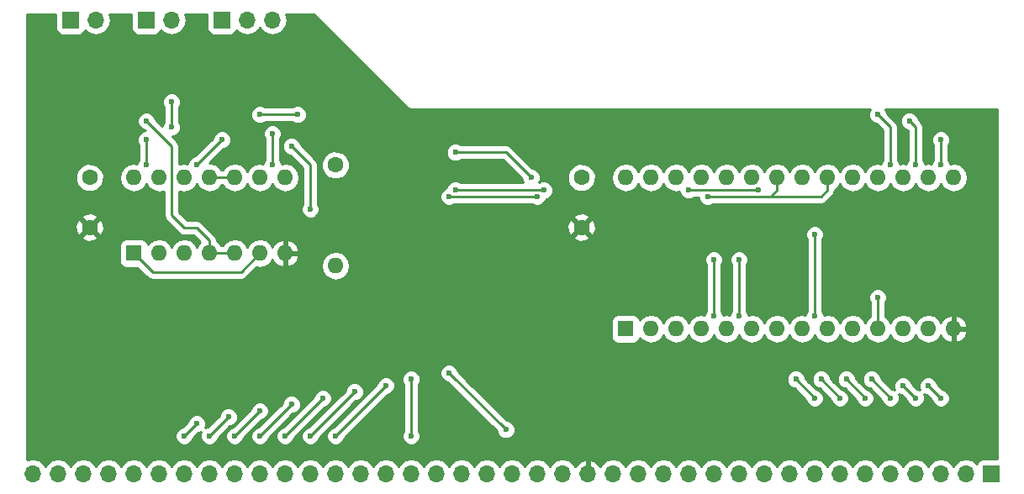
<source format=gbl>
G04 #@! TF.FileFunction,Copper,L2,Bot,Signal*
%FSLAX46Y46*%
G04 Gerber Fmt 4.6, Leading zero omitted, Abs format (unit mm)*
G04 Created by KiCad (PCBNEW 4.0.6) date 06/10/17 17:46:54*
%MOMM*%
%LPD*%
G01*
G04 APERTURE LIST*
%ADD10C,0.100000*%
%ADD11R,1.600000X1.600000*%
%ADD12O,1.600000X1.600000*%
%ADD13R,1.700000X1.700000*%
%ADD14O,1.700000X1.700000*%
%ADD15C,1.600000*%
%ADD16C,0.600000*%
%ADD17C,0.250000*%
%ADD18C,0.254000*%
G04 APERTURE END LIST*
D10*
D11*
X149860000Y-133985000D03*
D12*
X182880000Y-118745000D03*
X152400000Y-133985000D03*
X180340000Y-118745000D03*
X154940000Y-133985000D03*
X177800000Y-118745000D03*
X157480000Y-133985000D03*
X175260000Y-118745000D03*
X160020000Y-133985000D03*
X172720000Y-118745000D03*
X162560000Y-133985000D03*
X170180000Y-118745000D03*
X165100000Y-133985000D03*
X167640000Y-118745000D03*
X167640000Y-133985000D03*
X165100000Y-118745000D03*
X170180000Y-133985000D03*
X162560000Y-118745000D03*
X172720000Y-133985000D03*
X160020000Y-118745000D03*
X175260000Y-133985000D03*
X157480000Y-118745000D03*
X177800000Y-133985000D03*
X154940000Y-118745000D03*
X180340000Y-133985000D03*
X152400000Y-118745000D03*
X182880000Y-133985000D03*
X149860000Y-118745000D03*
D13*
X101600000Y-102870000D03*
D14*
X104140000Y-102870000D03*
D15*
X120650000Y-117475000D03*
D12*
X120650000Y-127635000D03*
D15*
X145415000Y-118745000D03*
X145415000Y-123745000D03*
X95885000Y-118745000D03*
X95885000Y-123745000D03*
D13*
X93980000Y-102870000D03*
D14*
X96520000Y-102870000D03*
D13*
X186690000Y-148590000D03*
D14*
X184150000Y-148590000D03*
X181610000Y-148590000D03*
X179070000Y-148590000D03*
X176530000Y-148590000D03*
X173990000Y-148590000D03*
X171450000Y-148590000D03*
X168910000Y-148590000D03*
X166370000Y-148590000D03*
X163830000Y-148590000D03*
X161290000Y-148590000D03*
X158750000Y-148590000D03*
X156210000Y-148590000D03*
X153670000Y-148590000D03*
X151130000Y-148590000D03*
X148590000Y-148590000D03*
X146050000Y-148590000D03*
X143510000Y-148590000D03*
X140970000Y-148590000D03*
X138430000Y-148590000D03*
X135890000Y-148590000D03*
X133350000Y-148590000D03*
X130810000Y-148590000D03*
X128270000Y-148590000D03*
X125730000Y-148590000D03*
X123190000Y-148590000D03*
X120650000Y-148590000D03*
X118110000Y-148590000D03*
X115570000Y-148590000D03*
X113030000Y-148590000D03*
X110490000Y-148590000D03*
X107950000Y-148590000D03*
X105410000Y-148590000D03*
X102870000Y-148590000D03*
X100330000Y-148590000D03*
X97790000Y-148590000D03*
X95250000Y-148590000D03*
X92710000Y-148590000D03*
X90170000Y-148590000D03*
D13*
X109220000Y-102870000D03*
D14*
X111760000Y-102870000D03*
X114300000Y-102870000D03*
D11*
X100330000Y-126365000D03*
D12*
X115570000Y-118745000D03*
X102870000Y-126365000D03*
X113030000Y-118745000D03*
X105410000Y-126365000D03*
X110490000Y-118745000D03*
X107950000Y-126365000D03*
X107950000Y-118745000D03*
X110490000Y-126365000D03*
X105410000Y-118745000D03*
X113030000Y-126365000D03*
X102870000Y-118745000D03*
X115570000Y-126365000D03*
X100330000Y-118745000D03*
D16*
X140335000Y-118745000D03*
X132715000Y-116205000D03*
X116840000Y-112395000D03*
X113030000Y-112395000D03*
X101600000Y-114935000D03*
X101600000Y-117475000D03*
X181610000Y-140970000D03*
X180340000Y-139700000D03*
X163195000Y-120015000D03*
X156210000Y-120015000D03*
X177800000Y-139700000D03*
X179070000Y-140970000D03*
X176530000Y-140970000D03*
X174625000Y-139065000D03*
X168910000Y-124460000D03*
X173990000Y-140970000D03*
X172085000Y-139065000D03*
X168910000Y-132715000D03*
X171450000Y-140970000D03*
X169545000Y-139065000D03*
X161290000Y-132715000D03*
X161290000Y-127000000D03*
X158750000Y-127000000D03*
X158750000Y-132715000D03*
X167005000Y-139065000D03*
X168910000Y-140970000D03*
X175260000Y-130810000D03*
X176530000Y-117475000D03*
X175260000Y-112395000D03*
X120650000Y-144780000D03*
X125730000Y-139700000D03*
X179070000Y-117475000D03*
X178435000Y-113030000D03*
X118110000Y-144780000D03*
X122555000Y-140335000D03*
X181610000Y-117475000D03*
X181610000Y-114935000D03*
X115570000Y-144780000D03*
X119380000Y-140970000D03*
X113030000Y-144780000D03*
X116205000Y-141605000D03*
X110490000Y-144780000D03*
X113030000Y-142240000D03*
X109855000Y-142875000D03*
X107950000Y-144780000D03*
X105410000Y-144780000D03*
X106680000Y-143510000D03*
X132080000Y-138430000D03*
X137795000Y-144145000D03*
X101600000Y-113030000D03*
X141605000Y-120015000D03*
X132715000Y-120015000D03*
X109220000Y-114935000D03*
X106680000Y-117475000D03*
X114300000Y-117475000D03*
X114300000Y-114300000D03*
X132080000Y-120650000D03*
X140970000Y-120650000D03*
X158115000Y-120650000D03*
X128270000Y-139065000D03*
X128270000Y-144780000D03*
X118110000Y-121920000D03*
X116205000Y-115570000D03*
X104140000Y-111125000D03*
X104140000Y-113665000D03*
D17*
X137795000Y-116205000D02*
X140335000Y-118745000D01*
X135890000Y-116205000D02*
X137795000Y-116205000D01*
X132715000Y-116205000D02*
X135890000Y-116205000D01*
X116840000Y-112395000D02*
X113030000Y-112395000D01*
X101600000Y-117475000D02*
X101600000Y-114935000D01*
X181610000Y-140970000D02*
X180340000Y-139700000D01*
X163195000Y-120015000D02*
X156210000Y-120015000D01*
X179070000Y-140970000D02*
X177800000Y-139700000D01*
X176530000Y-140970000D02*
X174625000Y-139065000D01*
X168910000Y-124460000D02*
X168910000Y-126365000D01*
X168910000Y-127000000D02*
X168910000Y-126365000D01*
X173990000Y-140970000D02*
X172085000Y-139065000D01*
X168910000Y-132715000D02*
X168910000Y-127000000D01*
X169545000Y-139065000D02*
X171450000Y-140970000D01*
X161290000Y-127000000D02*
X161290000Y-132715000D01*
X158750000Y-132715000D02*
X158750000Y-127000000D01*
X168910000Y-140970000D02*
X167005000Y-139065000D01*
X176530000Y-117475000D02*
X176530000Y-113665000D01*
X176530000Y-113665000D02*
X175260000Y-112395000D01*
X175260000Y-133985000D02*
X175260000Y-130810000D01*
X125730000Y-139700000D02*
X120650000Y-144780000D01*
X179070000Y-114300000D02*
X179070000Y-113665000D01*
X179070000Y-117475000D02*
X179070000Y-114300000D01*
X179070000Y-113665000D02*
X178435000Y-113030000D01*
X122555000Y-140335000D02*
X118110000Y-144780000D01*
X181610000Y-117475000D02*
X181610000Y-114935000D01*
X119380000Y-140970000D02*
X115570000Y-144780000D01*
X116205000Y-141605000D02*
X113030000Y-144780000D01*
X113030000Y-142240000D02*
X110490000Y-144780000D01*
X109855000Y-142875000D02*
X107950000Y-144780000D01*
X106680000Y-143510000D02*
X105410000Y-144780000D01*
X137795000Y-144145000D02*
X132080000Y-138430000D01*
X104140000Y-122555000D02*
X104140000Y-115570000D01*
X104140000Y-115570000D02*
X101600000Y-113030000D01*
X107950000Y-125095000D02*
X106680000Y-123825000D01*
X106680000Y-123825000D02*
X105410000Y-123825000D01*
X105410000Y-123825000D02*
X104140000Y-122555000D01*
X107950000Y-126365000D02*
X107950000Y-125095000D01*
X107950000Y-126365000D02*
X110490000Y-126365000D01*
X141605000Y-120015000D02*
X132715000Y-120015000D01*
X106680000Y-117475000D02*
X109220000Y-114935000D01*
X164465000Y-120650000D02*
X165735000Y-120650000D01*
X165735000Y-120650000D02*
X169545000Y-120650000D01*
X169545000Y-120650000D02*
X170180000Y-120015000D01*
X170180000Y-120015000D02*
X170180000Y-118745000D01*
X114300000Y-117475000D02*
X114300000Y-114300000D01*
X165100000Y-118745000D02*
X165100000Y-120015000D01*
X140970000Y-120650000D02*
X132080000Y-120650000D01*
X164465000Y-120650000D02*
X158115000Y-120650000D01*
X165100000Y-120015000D02*
X164465000Y-120650000D01*
X113030000Y-126365000D02*
X111125000Y-128270000D01*
X102235000Y-128270000D02*
X100330000Y-126365000D01*
X111125000Y-128270000D02*
X102235000Y-128270000D01*
X107950000Y-118745000D02*
X110490000Y-118745000D01*
X128270000Y-144780000D02*
X128270000Y-139065000D01*
X118110000Y-121920000D02*
X118110000Y-117475000D01*
X118110000Y-117475000D02*
X116205000Y-115570000D01*
X104140000Y-113665000D02*
X104140000Y-111125000D01*
D18*
G36*
X92482560Y-103720000D02*
X92526838Y-103955317D01*
X92665910Y-104171441D01*
X92878110Y-104316431D01*
X93130000Y-104367440D01*
X94830000Y-104367440D01*
X95065317Y-104323162D01*
X95281441Y-104184090D01*
X95426431Y-103971890D01*
X95440086Y-103904459D01*
X95469946Y-103949147D01*
X95951715Y-104271054D01*
X96520000Y-104384093D01*
X97088285Y-104271054D01*
X97570054Y-103949147D01*
X97891961Y-103467378D01*
X98005000Y-102899093D01*
X98005000Y-102840907D01*
X97899396Y-102310000D01*
X100102560Y-102310000D01*
X100102560Y-103720000D01*
X100146838Y-103955317D01*
X100285910Y-104171441D01*
X100498110Y-104316431D01*
X100750000Y-104367440D01*
X102450000Y-104367440D01*
X102685317Y-104323162D01*
X102901441Y-104184090D01*
X103046431Y-103971890D01*
X103060086Y-103904459D01*
X103089946Y-103949147D01*
X103571715Y-104271054D01*
X104140000Y-104384093D01*
X104708285Y-104271054D01*
X105190054Y-103949147D01*
X105511961Y-103467378D01*
X105625000Y-102899093D01*
X105625000Y-102840907D01*
X105519396Y-102310000D01*
X107722560Y-102310000D01*
X107722560Y-103720000D01*
X107766838Y-103955317D01*
X107905910Y-104171441D01*
X108118110Y-104316431D01*
X108370000Y-104367440D01*
X110070000Y-104367440D01*
X110305317Y-104323162D01*
X110521441Y-104184090D01*
X110666431Y-103971890D01*
X110680086Y-103904459D01*
X110709946Y-103949147D01*
X111191715Y-104271054D01*
X111760000Y-104384093D01*
X112328285Y-104271054D01*
X112810054Y-103949147D01*
X113030000Y-103619974D01*
X113249946Y-103949147D01*
X113731715Y-104271054D01*
X114300000Y-104384093D01*
X114868285Y-104271054D01*
X115350054Y-103949147D01*
X115671961Y-103467378D01*
X115785000Y-102899093D01*
X115785000Y-102840907D01*
X115679396Y-102310000D01*
X118450908Y-102310000D01*
X127767954Y-111627046D01*
X127998295Y-111780954D01*
X128270000Y-111835000D01*
X174497533Y-111835000D01*
X174467808Y-111864673D01*
X174325162Y-112208201D01*
X174324838Y-112580167D01*
X174466883Y-112923943D01*
X174729673Y-113187192D01*
X175073201Y-113329838D01*
X175120077Y-113329879D01*
X175770000Y-113979802D01*
X175770000Y-116912537D01*
X175737808Y-116944673D01*
X175595162Y-117288201D01*
X175595109Y-117348544D01*
X175260000Y-117281887D01*
X174710849Y-117391120D01*
X174245302Y-117702189D01*
X173990000Y-118084275D01*
X173734698Y-117702189D01*
X173269151Y-117391120D01*
X172720000Y-117281887D01*
X172170849Y-117391120D01*
X171705302Y-117702189D01*
X171450000Y-118084275D01*
X171194698Y-117702189D01*
X170729151Y-117391120D01*
X170180000Y-117281887D01*
X169630849Y-117391120D01*
X169165302Y-117702189D01*
X168910000Y-118084275D01*
X168654698Y-117702189D01*
X168189151Y-117391120D01*
X167640000Y-117281887D01*
X167090849Y-117391120D01*
X166625302Y-117702189D01*
X166370000Y-118084275D01*
X166114698Y-117702189D01*
X165649151Y-117391120D01*
X165100000Y-117281887D01*
X164550849Y-117391120D01*
X164085302Y-117702189D01*
X163830000Y-118084275D01*
X163574698Y-117702189D01*
X163109151Y-117391120D01*
X162560000Y-117281887D01*
X162010849Y-117391120D01*
X161545302Y-117702189D01*
X161290000Y-118084275D01*
X161034698Y-117702189D01*
X160569151Y-117391120D01*
X160020000Y-117281887D01*
X159470849Y-117391120D01*
X159005302Y-117702189D01*
X158750000Y-118084275D01*
X158494698Y-117702189D01*
X158029151Y-117391120D01*
X157480000Y-117281887D01*
X156930849Y-117391120D01*
X156465302Y-117702189D01*
X156210000Y-118084275D01*
X155954698Y-117702189D01*
X155489151Y-117391120D01*
X154940000Y-117281887D01*
X154390849Y-117391120D01*
X153925302Y-117702189D01*
X153670000Y-118084275D01*
X153414698Y-117702189D01*
X152949151Y-117391120D01*
X152400000Y-117281887D01*
X151850849Y-117391120D01*
X151385302Y-117702189D01*
X151130000Y-118084275D01*
X150874698Y-117702189D01*
X150409151Y-117391120D01*
X149860000Y-117281887D01*
X149310849Y-117391120D01*
X148845302Y-117702189D01*
X148534233Y-118167736D01*
X148425000Y-118716887D01*
X148425000Y-118773113D01*
X148534233Y-119322264D01*
X148845302Y-119787811D01*
X149310849Y-120098880D01*
X149860000Y-120208113D01*
X150409151Y-120098880D01*
X150874698Y-119787811D01*
X151130000Y-119405725D01*
X151385302Y-119787811D01*
X151850849Y-120098880D01*
X152400000Y-120208113D01*
X152949151Y-120098880D01*
X153414698Y-119787811D01*
X153670000Y-119405725D01*
X153925302Y-119787811D01*
X154390849Y-120098880D01*
X154940000Y-120208113D01*
X155274889Y-120141499D01*
X155274838Y-120200167D01*
X155416883Y-120543943D01*
X155679673Y-120807192D01*
X156023201Y-120949838D01*
X156395167Y-120950162D01*
X156738943Y-120808117D01*
X156772118Y-120775000D01*
X157179890Y-120775000D01*
X157179838Y-120835167D01*
X157321883Y-121178943D01*
X157584673Y-121442192D01*
X157928201Y-121584838D01*
X158300167Y-121585162D01*
X158643943Y-121443117D01*
X158677118Y-121410000D01*
X169545000Y-121410000D01*
X169835839Y-121352148D01*
X170082401Y-121187401D01*
X170717401Y-120552401D01*
X170882148Y-120305839D01*
X170940000Y-120015000D01*
X170940000Y-119957995D01*
X171194698Y-119787811D01*
X171450000Y-119405725D01*
X171705302Y-119787811D01*
X172170849Y-120098880D01*
X172720000Y-120208113D01*
X173269151Y-120098880D01*
X173734698Y-119787811D01*
X173990000Y-119405725D01*
X174245302Y-119787811D01*
X174710849Y-120098880D01*
X175260000Y-120208113D01*
X175809151Y-120098880D01*
X176274698Y-119787811D01*
X176530000Y-119405725D01*
X176785302Y-119787811D01*
X177250849Y-120098880D01*
X177800000Y-120208113D01*
X178349151Y-120098880D01*
X178814698Y-119787811D01*
X179070000Y-119405725D01*
X179325302Y-119787811D01*
X179790849Y-120098880D01*
X180340000Y-120208113D01*
X180889151Y-120098880D01*
X181354698Y-119787811D01*
X181610000Y-119405725D01*
X181865302Y-119787811D01*
X182330849Y-120098880D01*
X182880000Y-120208113D01*
X183429151Y-120098880D01*
X183894698Y-119787811D01*
X184205767Y-119322264D01*
X184315000Y-118773113D01*
X184315000Y-118716887D01*
X184205767Y-118167736D01*
X183894698Y-117702189D01*
X183429151Y-117391120D01*
X182880000Y-117281887D01*
X182545111Y-117348501D01*
X182545162Y-117289833D01*
X182403117Y-116946057D01*
X182370000Y-116912882D01*
X182370000Y-115497463D01*
X182402192Y-115465327D01*
X182544838Y-115121799D01*
X182545162Y-114749833D01*
X182403117Y-114406057D01*
X182140327Y-114142808D01*
X181796799Y-114000162D01*
X181424833Y-113999838D01*
X181081057Y-114141883D01*
X180817808Y-114404673D01*
X180675162Y-114748201D01*
X180674838Y-115120167D01*
X180816883Y-115463943D01*
X180850000Y-115497118D01*
X180850000Y-116912537D01*
X180817808Y-116944673D01*
X180675162Y-117288201D01*
X180675109Y-117348544D01*
X180340000Y-117281887D01*
X180005111Y-117348501D01*
X180005162Y-117289833D01*
X179863117Y-116946057D01*
X179830000Y-116912882D01*
X179830000Y-113665000D01*
X179772148Y-113374161D01*
X179607401Y-113127599D01*
X179370122Y-112890320D01*
X179370162Y-112844833D01*
X179228117Y-112501057D01*
X178965327Y-112237808D01*
X178621799Y-112095162D01*
X178249833Y-112094838D01*
X177906057Y-112236883D01*
X177642808Y-112499673D01*
X177500162Y-112843201D01*
X177499838Y-113215167D01*
X177641883Y-113558943D01*
X177904673Y-113822192D01*
X178248201Y-113964838D01*
X178295077Y-113964879D01*
X178310000Y-113979802D01*
X178310000Y-116912537D01*
X178277808Y-116944673D01*
X178135162Y-117288201D01*
X178135109Y-117348544D01*
X177800000Y-117281887D01*
X177465111Y-117348501D01*
X177465162Y-117289833D01*
X177323117Y-116946057D01*
X177290000Y-116912882D01*
X177290000Y-113665000D01*
X177232148Y-113374161D01*
X177232148Y-113374160D01*
X177067401Y-113127599D01*
X176195122Y-112255320D01*
X176195162Y-112209833D01*
X176053117Y-111866057D01*
X176022114Y-111835000D01*
X187250000Y-111835000D01*
X187250000Y-147092560D01*
X185840000Y-147092560D01*
X185604683Y-147136838D01*
X185388559Y-147275910D01*
X185243569Y-147488110D01*
X185229914Y-147555541D01*
X185200054Y-147510853D01*
X184718285Y-147188946D01*
X184150000Y-147075907D01*
X183581715Y-147188946D01*
X183099946Y-147510853D01*
X182880000Y-147840026D01*
X182660054Y-147510853D01*
X182178285Y-147188946D01*
X181610000Y-147075907D01*
X181041715Y-147188946D01*
X180559946Y-147510853D01*
X180340000Y-147840026D01*
X180120054Y-147510853D01*
X179638285Y-147188946D01*
X179070000Y-147075907D01*
X178501715Y-147188946D01*
X178019946Y-147510853D01*
X177800000Y-147840026D01*
X177580054Y-147510853D01*
X177098285Y-147188946D01*
X176530000Y-147075907D01*
X175961715Y-147188946D01*
X175479946Y-147510853D01*
X175260000Y-147840026D01*
X175040054Y-147510853D01*
X174558285Y-147188946D01*
X173990000Y-147075907D01*
X173421715Y-147188946D01*
X172939946Y-147510853D01*
X172720000Y-147840026D01*
X172500054Y-147510853D01*
X172018285Y-147188946D01*
X171450000Y-147075907D01*
X170881715Y-147188946D01*
X170399946Y-147510853D01*
X170180000Y-147840026D01*
X169960054Y-147510853D01*
X169478285Y-147188946D01*
X168910000Y-147075907D01*
X168341715Y-147188946D01*
X167859946Y-147510853D01*
X167640000Y-147840026D01*
X167420054Y-147510853D01*
X166938285Y-147188946D01*
X166370000Y-147075907D01*
X165801715Y-147188946D01*
X165319946Y-147510853D01*
X165100000Y-147840026D01*
X164880054Y-147510853D01*
X164398285Y-147188946D01*
X163830000Y-147075907D01*
X163261715Y-147188946D01*
X162779946Y-147510853D01*
X162560000Y-147840026D01*
X162340054Y-147510853D01*
X161858285Y-147188946D01*
X161290000Y-147075907D01*
X160721715Y-147188946D01*
X160239946Y-147510853D01*
X160020000Y-147840026D01*
X159800054Y-147510853D01*
X159318285Y-147188946D01*
X158750000Y-147075907D01*
X158181715Y-147188946D01*
X157699946Y-147510853D01*
X157480000Y-147840026D01*
X157260054Y-147510853D01*
X156778285Y-147188946D01*
X156210000Y-147075907D01*
X155641715Y-147188946D01*
X155159946Y-147510853D01*
X154940000Y-147840026D01*
X154720054Y-147510853D01*
X154238285Y-147188946D01*
X153670000Y-147075907D01*
X153101715Y-147188946D01*
X152619946Y-147510853D01*
X152400000Y-147840026D01*
X152180054Y-147510853D01*
X151698285Y-147188946D01*
X151130000Y-147075907D01*
X150561715Y-147188946D01*
X150079946Y-147510853D01*
X149860000Y-147840026D01*
X149640054Y-147510853D01*
X149158285Y-147188946D01*
X148590000Y-147075907D01*
X148021715Y-147188946D01*
X147539946Y-147510853D01*
X147312298Y-147851553D01*
X147245183Y-147708642D01*
X146816924Y-147318355D01*
X146406890Y-147148524D01*
X146177000Y-147269845D01*
X146177000Y-148463000D01*
X146197000Y-148463000D01*
X146197000Y-148717000D01*
X146177000Y-148717000D01*
X146177000Y-148737000D01*
X145923000Y-148737000D01*
X145923000Y-148717000D01*
X145903000Y-148717000D01*
X145903000Y-148463000D01*
X145923000Y-148463000D01*
X145923000Y-147269845D01*
X145693110Y-147148524D01*
X145283076Y-147318355D01*
X144854817Y-147708642D01*
X144787702Y-147851553D01*
X144560054Y-147510853D01*
X144078285Y-147188946D01*
X143510000Y-147075907D01*
X142941715Y-147188946D01*
X142459946Y-147510853D01*
X142240000Y-147840026D01*
X142020054Y-147510853D01*
X141538285Y-147188946D01*
X140970000Y-147075907D01*
X140401715Y-147188946D01*
X139919946Y-147510853D01*
X139700000Y-147840026D01*
X139480054Y-147510853D01*
X138998285Y-147188946D01*
X138430000Y-147075907D01*
X137861715Y-147188946D01*
X137379946Y-147510853D01*
X137160000Y-147840026D01*
X136940054Y-147510853D01*
X136458285Y-147188946D01*
X135890000Y-147075907D01*
X135321715Y-147188946D01*
X134839946Y-147510853D01*
X134620000Y-147840026D01*
X134400054Y-147510853D01*
X133918285Y-147188946D01*
X133350000Y-147075907D01*
X132781715Y-147188946D01*
X132299946Y-147510853D01*
X132080000Y-147840026D01*
X131860054Y-147510853D01*
X131378285Y-147188946D01*
X130810000Y-147075907D01*
X130241715Y-147188946D01*
X129759946Y-147510853D01*
X129540000Y-147840026D01*
X129320054Y-147510853D01*
X128838285Y-147188946D01*
X128270000Y-147075907D01*
X127701715Y-147188946D01*
X127219946Y-147510853D01*
X127000000Y-147840026D01*
X126780054Y-147510853D01*
X126298285Y-147188946D01*
X125730000Y-147075907D01*
X125161715Y-147188946D01*
X124679946Y-147510853D01*
X124460000Y-147840026D01*
X124240054Y-147510853D01*
X123758285Y-147188946D01*
X123190000Y-147075907D01*
X122621715Y-147188946D01*
X122139946Y-147510853D01*
X121920000Y-147840026D01*
X121700054Y-147510853D01*
X121218285Y-147188946D01*
X120650000Y-147075907D01*
X120081715Y-147188946D01*
X119599946Y-147510853D01*
X119380000Y-147840026D01*
X119160054Y-147510853D01*
X118678285Y-147188946D01*
X118110000Y-147075907D01*
X117541715Y-147188946D01*
X117059946Y-147510853D01*
X116840000Y-147840026D01*
X116620054Y-147510853D01*
X116138285Y-147188946D01*
X115570000Y-147075907D01*
X115001715Y-147188946D01*
X114519946Y-147510853D01*
X114300000Y-147840026D01*
X114080054Y-147510853D01*
X113598285Y-147188946D01*
X113030000Y-147075907D01*
X112461715Y-147188946D01*
X111979946Y-147510853D01*
X111760000Y-147840026D01*
X111540054Y-147510853D01*
X111058285Y-147188946D01*
X110490000Y-147075907D01*
X109921715Y-147188946D01*
X109439946Y-147510853D01*
X109220000Y-147840026D01*
X109000054Y-147510853D01*
X108518285Y-147188946D01*
X107950000Y-147075907D01*
X107381715Y-147188946D01*
X106899946Y-147510853D01*
X106680000Y-147840026D01*
X106460054Y-147510853D01*
X105978285Y-147188946D01*
X105410000Y-147075907D01*
X104841715Y-147188946D01*
X104359946Y-147510853D01*
X104140000Y-147840026D01*
X103920054Y-147510853D01*
X103438285Y-147188946D01*
X102870000Y-147075907D01*
X102301715Y-147188946D01*
X101819946Y-147510853D01*
X101600000Y-147840026D01*
X101380054Y-147510853D01*
X100898285Y-147188946D01*
X100330000Y-147075907D01*
X99761715Y-147188946D01*
X99279946Y-147510853D01*
X99060000Y-147840026D01*
X98840054Y-147510853D01*
X98358285Y-147188946D01*
X97790000Y-147075907D01*
X97221715Y-147188946D01*
X96739946Y-147510853D01*
X96520000Y-147840026D01*
X96300054Y-147510853D01*
X95818285Y-147188946D01*
X95250000Y-147075907D01*
X94681715Y-147188946D01*
X94199946Y-147510853D01*
X93980000Y-147840026D01*
X93760054Y-147510853D01*
X93278285Y-147188946D01*
X92710000Y-147075907D01*
X92141715Y-147188946D01*
X91659946Y-147510853D01*
X91440000Y-147840026D01*
X91220054Y-147510853D01*
X90738285Y-147188946D01*
X90170000Y-147075907D01*
X89610000Y-147187298D01*
X89610000Y-144965167D01*
X104474838Y-144965167D01*
X104616883Y-145308943D01*
X104879673Y-145572192D01*
X105223201Y-145714838D01*
X105595167Y-145715162D01*
X105938943Y-145573117D01*
X106202192Y-145310327D01*
X106344838Y-144966799D01*
X106344879Y-144919923D01*
X106819680Y-144445122D01*
X106865167Y-144445162D01*
X107120430Y-144339690D01*
X107015162Y-144593201D01*
X107014838Y-144965167D01*
X107156883Y-145308943D01*
X107419673Y-145572192D01*
X107763201Y-145714838D01*
X108135167Y-145715162D01*
X108478943Y-145573117D01*
X108742192Y-145310327D01*
X108884838Y-144966799D01*
X108884839Y-144965167D01*
X109554838Y-144965167D01*
X109696883Y-145308943D01*
X109959673Y-145572192D01*
X110303201Y-145714838D01*
X110675167Y-145715162D01*
X111018943Y-145573117D01*
X111282192Y-145310327D01*
X111424838Y-144966799D01*
X111424839Y-144965167D01*
X112094838Y-144965167D01*
X112236883Y-145308943D01*
X112499673Y-145572192D01*
X112843201Y-145714838D01*
X113215167Y-145715162D01*
X113558943Y-145573117D01*
X113822192Y-145310327D01*
X113964838Y-144966799D01*
X113964839Y-144965167D01*
X114634838Y-144965167D01*
X114776883Y-145308943D01*
X115039673Y-145572192D01*
X115383201Y-145714838D01*
X115755167Y-145715162D01*
X116098943Y-145573117D01*
X116362192Y-145310327D01*
X116504838Y-144966799D01*
X116504839Y-144965167D01*
X117174838Y-144965167D01*
X117316883Y-145308943D01*
X117579673Y-145572192D01*
X117923201Y-145714838D01*
X118295167Y-145715162D01*
X118638943Y-145573117D01*
X118902192Y-145310327D01*
X119044838Y-144966799D01*
X119044839Y-144965167D01*
X119714838Y-144965167D01*
X119856883Y-145308943D01*
X120119673Y-145572192D01*
X120463201Y-145714838D01*
X120835167Y-145715162D01*
X121178943Y-145573117D01*
X121442192Y-145310327D01*
X121584838Y-144966799D01*
X121584879Y-144919923D01*
X125869680Y-140635122D01*
X125915167Y-140635162D01*
X126258943Y-140493117D01*
X126522192Y-140230327D01*
X126664838Y-139886799D01*
X126665162Y-139514833D01*
X126555805Y-139250167D01*
X127334838Y-139250167D01*
X127476883Y-139593943D01*
X127510000Y-139627118D01*
X127510000Y-144217537D01*
X127477808Y-144249673D01*
X127335162Y-144593201D01*
X127334838Y-144965167D01*
X127476883Y-145308943D01*
X127739673Y-145572192D01*
X128083201Y-145714838D01*
X128455167Y-145715162D01*
X128798943Y-145573117D01*
X129062192Y-145310327D01*
X129204838Y-144966799D01*
X129205162Y-144594833D01*
X129063117Y-144251057D01*
X129030000Y-144217882D01*
X129030000Y-139627463D01*
X129062192Y-139595327D01*
X129204838Y-139251799D01*
X129205162Y-138879833D01*
X129095805Y-138615167D01*
X131144838Y-138615167D01*
X131286883Y-138958943D01*
X131549673Y-139222192D01*
X131893201Y-139364838D01*
X131940077Y-139364879D01*
X136859878Y-144284681D01*
X136859838Y-144330167D01*
X137001883Y-144673943D01*
X137264673Y-144937192D01*
X137608201Y-145079838D01*
X137980167Y-145080162D01*
X138323943Y-144938117D01*
X138587192Y-144675327D01*
X138729838Y-144331799D01*
X138730162Y-143959833D01*
X138588117Y-143616057D01*
X138325327Y-143352808D01*
X137981799Y-143210162D01*
X137934924Y-143210121D01*
X133974970Y-139250167D01*
X166069838Y-139250167D01*
X166211883Y-139593943D01*
X166474673Y-139857192D01*
X166818201Y-139999838D01*
X166865077Y-139999879D01*
X167974878Y-141109680D01*
X167974838Y-141155167D01*
X168116883Y-141498943D01*
X168379673Y-141762192D01*
X168723201Y-141904838D01*
X169095167Y-141905162D01*
X169438943Y-141763117D01*
X169702192Y-141500327D01*
X169844838Y-141156799D01*
X169845162Y-140784833D01*
X169703117Y-140441057D01*
X169440327Y-140177808D01*
X169096799Y-140035162D01*
X169049923Y-140035121D01*
X168264969Y-139250167D01*
X168609838Y-139250167D01*
X168751883Y-139593943D01*
X169014673Y-139857192D01*
X169358201Y-139999838D01*
X169405077Y-139999879D01*
X170514878Y-141109680D01*
X170514838Y-141155167D01*
X170656883Y-141498943D01*
X170919673Y-141762192D01*
X171263201Y-141904838D01*
X171635167Y-141905162D01*
X171978943Y-141763117D01*
X172242192Y-141500327D01*
X172384838Y-141156799D01*
X172385162Y-140784833D01*
X172243117Y-140441057D01*
X171980327Y-140177808D01*
X171636799Y-140035162D01*
X171589923Y-140035121D01*
X170804969Y-139250167D01*
X171149838Y-139250167D01*
X171291883Y-139593943D01*
X171554673Y-139857192D01*
X171898201Y-139999838D01*
X171945077Y-139999879D01*
X173054878Y-141109680D01*
X173054838Y-141155167D01*
X173196883Y-141498943D01*
X173459673Y-141762192D01*
X173803201Y-141904838D01*
X174175167Y-141905162D01*
X174518943Y-141763117D01*
X174782192Y-141500327D01*
X174924838Y-141156799D01*
X174925162Y-140784833D01*
X174783117Y-140441057D01*
X174520327Y-140177808D01*
X174176799Y-140035162D01*
X174129923Y-140035121D01*
X173344969Y-139250167D01*
X173689838Y-139250167D01*
X173831883Y-139593943D01*
X174094673Y-139857192D01*
X174438201Y-139999838D01*
X174485077Y-139999879D01*
X175594878Y-141109680D01*
X175594838Y-141155167D01*
X175736883Y-141498943D01*
X175999673Y-141762192D01*
X176343201Y-141904838D01*
X176715167Y-141905162D01*
X177058943Y-141763117D01*
X177322192Y-141500327D01*
X177464838Y-141156799D01*
X177465162Y-140784833D01*
X177359690Y-140529570D01*
X177613201Y-140634838D01*
X177660077Y-140634879D01*
X178134878Y-141109680D01*
X178134838Y-141155167D01*
X178276883Y-141498943D01*
X178539673Y-141762192D01*
X178883201Y-141904838D01*
X179255167Y-141905162D01*
X179598943Y-141763117D01*
X179862192Y-141500327D01*
X180004838Y-141156799D01*
X180005162Y-140784833D01*
X179899690Y-140529570D01*
X180153201Y-140634838D01*
X180200077Y-140634879D01*
X180674878Y-141109680D01*
X180674838Y-141155167D01*
X180816883Y-141498943D01*
X181079673Y-141762192D01*
X181423201Y-141904838D01*
X181795167Y-141905162D01*
X182138943Y-141763117D01*
X182402192Y-141500327D01*
X182544838Y-141156799D01*
X182545162Y-140784833D01*
X182403117Y-140441057D01*
X182140327Y-140177808D01*
X181796799Y-140035162D01*
X181749923Y-140035121D01*
X181275122Y-139560320D01*
X181275162Y-139514833D01*
X181133117Y-139171057D01*
X180870327Y-138907808D01*
X180526799Y-138765162D01*
X180154833Y-138764838D01*
X179811057Y-138906883D01*
X179547808Y-139169673D01*
X179405162Y-139513201D01*
X179404838Y-139885167D01*
X179510310Y-140140430D01*
X179256799Y-140035162D01*
X179209923Y-140035121D01*
X178735122Y-139560320D01*
X178735162Y-139514833D01*
X178593117Y-139171057D01*
X178330327Y-138907808D01*
X177986799Y-138765162D01*
X177614833Y-138764838D01*
X177271057Y-138906883D01*
X177007808Y-139169673D01*
X176865162Y-139513201D01*
X176864838Y-139885167D01*
X176970310Y-140140430D01*
X176716799Y-140035162D01*
X176669923Y-140035121D01*
X175560122Y-138925320D01*
X175560162Y-138879833D01*
X175418117Y-138536057D01*
X175155327Y-138272808D01*
X174811799Y-138130162D01*
X174439833Y-138129838D01*
X174096057Y-138271883D01*
X173832808Y-138534673D01*
X173690162Y-138878201D01*
X173689838Y-139250167D01*
X173344969Y-139250167D01*
X173020122Y-138925320D01*
X173020162Y-138879833D01*
X172878117Y-138536057D01*
X172615327Y-138272808D01*
X172271799Y-138130162D01*
X171899833Y-138129838D01*
X171556057Y-138271883D01*
X171292808Y-138534673D01*
X171150162Y-138878201D01*
X171149838Y-139250167D01*
X170804969Y-139250167D01*
X170480122Y-138925320D01*
X170480162Y-138879833D01*
X170338117Y-138536057D01*
X170075327Y-138272808D01*
X169731799Y-138130162D01*
X169359833Y-138129838D01*
X169016057Y-138271883D01*
X168752808Y-138534673D01*
X168610162Y-138878201D01*
X168609838Y-139250167D01*
X168264969Y-139250167D01*
X167940122Y-138925320D01*
X167940162Y-138879833D01*
X167798117Y-138536057D01*
X167535327Y-138272808D01*
X167191799Y-138130162D01*
X166819833Y-138129838D01*
X166476057Y-138271883D01*
X166212808Y-138534673D01*
X166070162Y-138878201D01*
X166069838Y-139250167D01*
X133974970Y-139250167D01*
X133015122Y-138290320D01*
X133015162Y-138244833D01*
X132873117Y-137901057D01*
X132610327Y-137637808D01*
X132266799Y-137495162D01*
X131894833Y-137494838D01*
X131551057Y-137636883D01*
X131287808Y-137899673D01*
X131145162Y-138243201D01*
X131144838Y-138615167D01*
X129095805Y-138615167D01*
X129063117Y-138536057D01*
X128800327Y-138272808D01*
X128456799Y-138130162D01*
X128084833Y-138129838D01*
X127741057Y-138271883D01*
X127477808Y-138534673D01*
X127335162Y-138878201D01*
X127334838Y-139250167D01*
X126555805Y-139250167D01*
X126523117Y-139171057D01*
X126260327Y-138907808D01*
X125916799Y-138765162D01*
X125544833Y-138764838D01*
X125201057Y-138906883D01*
X124937808Y-139169673D01*
X124795162Y-139513201D01*
X124795121Y-139560077D01*
X120510320Y-143844878D01*
X120464833Y-143844838D01*
X120121057Y-143986883D01*
X119857808Y-144249673D01*
X119715162Y-144593201D01*
X119714838Y-144965167D01*
X119044839Y-144965167D01*
X119044879Y-144919923D01*
X122694680Y-141270122D01*
X122740167Y-141270162D01*
X123083943Y-141128117D01*
X123347192Y-140865327D01*
X123489838Y-140521799D01*
X123490162Y-140149833D01*
X123348117Y-139806057D01*
X123085327Y-139542808D01*
X122741799Y-139400162D01*
X122369833Y-139399838D01*
X122026057Y-139541883D01*
X121762808Y-139804673D01*
X121620162Y-140148201D01*
X121620121Y-140195077D01*
X117970320Y-143844878D01*
X117924833Y-143844838D01*
X117581057Y-143986883D01*
X117317808Y-144249673D01*
X117175162Y-144593201D01*
X117174838Y-144965167D01*
X116504839Y-144965167D01*
X116504879Y-144919923D01*
X119519680Y-141905122D01*
X119565167Y-141905162D01*
X119908943Y-141763117D01*
X120172192Y-141500327D01*
X120314838Y-141156799D01*
X120315162Y-140784833D01*
X120173117Y-140441057D01*
X119910327Y-140177808D01*
X119566799Y-140035162D01*
X119194833Y-140034838D01*
X118851057Y-140176883D01*
X118587808Y-140439673D01*
X118445162Y-140783201D01*
X118445121Y-140830077D01*
X115430320Y-143844878D01*
X115384833Y-143844838D01*
X115041057Y-143986883D01*
X114777808Y-144249673D01*
X114635162Y-144593201D01*
X114634838Y-144965167D01*
X113964839Y-144965167D01*
X113964879Y-144919923D01*
X116344680Y-142540122D01*
X116390167Y-142540162D01*
X116733943Y-142398117D01*
X116997192Y-142135327D01*
X117139838Y-141791799D01*
X117140162Y-141419833D01*
X116998117Y-141076057D01*
X116735327Y-140812808D01*
X116391799Y-140670162D01*
X116019833Y-140669838D01*
X115676057Y-140811883D01*
X115412808Y-141074673D01*
X115270162Y-141418201D01*
X115270121Y-141465077D01*
X112890320Y-143844878D01*
X112844833Y-143844838D01*
X112501057Y-143986883D01*
X112237808Y-144249673D01*
X112095162Y-144593201D01*
X112094838Y-144965167D01*
X111424839Y-144965167D01*
X111424879Y-144919923D01*
X113169680Y-143175122D01*
X113215167Y-143175162D01*
X113558943Y-143033117D01*
X113822192Y-142770327D01*
X113964838Y-142426799D01*
X113965162Y-142054833D01*
X113823117Y-141711057D01*
X113560327Y-141447808D01*
X113216799Y-141305162D01*
X112844833Y-141304838D01*
X112501057Y-141446883D01*
X112237808Y-141709673D01*
X112095162Y-142053201D01*
X112095121Y-142100077D01*
X110350320Y-143844878D01*
X110304833Y-143844838D01*
X109961057Y-143986883D01*
X109697808Y-144249673D01*
X109555162Y-144593201D01*
X109554838Y-144965167D01*
X108884839Y-144965167D01*
X108884879Y-144919923D01*
X109994680Y-143810122D01*
X110040167Y-143810162D01*
X110383943Y-143668117D01*
X110647192Y-143405327D01*
X110789838Y-143061799D01*
X110790162Y-142689833D01*
X110648117Y-142346057D01*
X110385327Y-142082808D01*
X110041799Y-141940162D01*
X109669833Y-141939838D01*
X109326057Y-142081883D01*
X109062808Y-142344673D01*
X108920162Y-142688201D01*
X108920121Y-142735077D01*
X107810320Y-143844878D01*
X107764833Y-143844838D01*
X107509570Y-143950310D01*
X107614838Y-143696799D01*
X107615162Y-143324833D01*
X107473117Y-142981057D01*
X107210327Y-142717808D01*
X106866799Y-142575162D01*
X106494833Y-142574838D01*
X106151057Y-142716883D01*
X105887808Y-142979673D01*
X105745162Y-143323201D01*
X105745121Y-143370077D01*
X105270320Y-143844878D01*
X105224833Y-143844838D01*
X104881057Y-143986883D01*
X104617808Y-144249673D01*
X104475162Y-144593201D01*
X104474838Y-144965167D01*
X89610000Y-144965167D01*
X89610000Y-133185000D01*
X148412560Y-133185000D01*
X148412560Y-134785000D01*
X148456838Y-135020317D01*
X148595910Y-135236441D01*
X148808110Y-135381431D01*
X149060000Y-135432440D01*
X150660000Y-135432440D01*
X150895317Y-135388162D01*
X151111441Y-135249090D01*
X151256431Y-135036890D01*
X151287815Y-134881911D01*
X151385302Y-135027811D01*
X151850849Y-135338880D01*
X152400000Y-135448113D01*
X152949151Y-135338880D01*
X153414698Y-135027811D01*
X153670000Y-134645725D01*
X153925302Y-135027811D01*
X154390849Y-135338880D01*
X154940000Y-135448113D01*
X155489151Y-135338880D01*
X155954698Y-135027811D01*
X156210000Y-134645725D01*
X156465302Y-135027811D01*
X156930849Y-135338880D01*
X157480000Y-135448113D01*
X158029151Y-135338880D01*
X158494698Y-135027811D01*
X158750000Y-134645725D01*
X159005302Y-135027811D01*
X159470849Y-135338880D01*
X160020000Y-135448113D01*
X160569151Y-135338880D01*
X161034698Y-135027811D01*
X161290000Y-134645725D01*
X161545302Y-135027811D01*
X162010849Y-135338880D01*
X162560000Y-135448113D01*
X163109151Y-135338880D01*
X163574698Y-135027811D01*
X163830000Y-134645725D01*
X164085302Y-135027811D01*
X164550849Y-135338880D01*
X165100000Y-135448113D01*
X165649151Y-135338880D01*
X166114698Y-135027811D01*
X166370000Y-134645725D01*
X166625302Y-135027811D01*
X167090849Y-135338880D01*
X167640000Y-135448113D01*
X168189151Y-135338880D01*
X168654698Y-135027811D01*
X168910000Y-134645725D01*
X169165302Y-135027811D01*
X169630849Y-135338880D01*
X170180000Y-135448113D01*
X170729151Y-135338880D01*
X171194698Y-135027811D01*
X171450000Y-134645725D01*
X171705302Y-135027811D01*
X172170849Y-135338880D01*
X172720000Y-135448113D01*
X173269151Y-135338880D01*
X173734698Y-135027811D01*
X173990000Y-134645725D01*
X174245302Y-135027811D01*
X174710849Y-135338880D01*
X175260000Y-135448113D01*
X175809151Y-135338880D01*
X176274698Y-135027811D01*
X176530000Y-134645725D01*
X176785302Y-135027811D01*
X177250849Y-135338880D01*
X177800000Y-135448113D01*
X178349151Y-135338880D01*
X178814698Y-135027811D01*
X179070000Y-134645725D01*
X179325302Y-135027811D01*
X179790849Y-135338880D01*
X180340000Y-135448113D01*
X180889151Y-135338880D01*
X181354698Y-135027811D01*
X181624986Y-134623297D01*
X181727611Y-134840134D01*
X182142577Y-135216041D01*
X182530961Y-135376904D01*
X182753000Y-135254915D01*
X182753000Y-134112000D01*
X183007000Y-134112000D01*
X183007000Y-135254915D01*
X183229039Y-135376904D01*
X183617423Y-135216041D01*
X184032389Y-134840134D01*
X184271914Y-134334041D01*
X184150629Y-134112000D01*
X183007000Y-134112000D01*
X182753000Y-134112000D01*
X182733000Y-134112000D01*
X182733000Y-133858000D01*
X182753000Y-133858000D01*
X182753000Y-132715085D01*
X183007000Y-132715085D01*
X183007000Y-133858000D01*
X184150629Y-133858000D01*
X184271914Y-133635959D01*
X184032389Y-133129866D01*
X183617423Y-132753959D01*
X183229039Y-132593096D01*
X183007000Y-132715085D01*
X182753000Y-132715085D01*
X182530961Y-132593096D01*
X182142577Y-132753959D01*
X181727611Y-133129866D01*
X181624986Y-133346703D01*
X181354698Y-132942189D01*
X180889151Y-132631120D01*
X180340000Y-132521887D01*
X179790849Y-132631120D01*
X179325302Y-132942189D01*
X179070000Y-133324275D01*
X178814698Y-132942189D01*
X178349151Y-132631120D01*
X177800000Y-132521887D01*
X177250849Y-132631120D01*
X176785302Y-132942189D01*
X176530000Y-133324275D01*
X176274698Y-132942189D01*
X176020000Y-132772005D01*
X176020000Y-131372463D01*
X176052192Y-131340327D01*
X176194838Y-130996799D01*
X176195162Y-130624833D01*
X176053117Y-130281057D01*
X175790327Y-130017808D01*
X175446799Y-129875162D01*
X175074833Y-129874838D01*
X174731057Y-130016883D01*
X174467808Y-130279673D01*
X174325162Y-130623201D01*
X174324838Y-130995167D01*
X174466883Y-131338943D01*
X174500000Y-131372118D01*
X174500000Y-132772005D01*
X174245302Y-132942189D01*
X173990000Y-133324275D01*
X173734698Y-132942189D01*
X173269151Y-132631120D01*
X172720000Y-132521887D01*
X172170849Y-132631120D01*
X171705302Y-132942189D01*
X171450000Y-133324275D01*
X171194698Y-132942189D01*
X170729151Y-132631120D01*
X170180000Y-132521887D01*
X169845111Y-132588501D01*
X169845162Y-132529833D01*
X169703117Y-132186057D01*
X169670000Y-132152882D01*
X169670000Y-125022463D01*
X169702192Y-124990327D01*
X169844838Y-124646799D01*
X169845162Y-124274833D01*
X169703117Y-123931057D01*
X169440327Y-123667808D01*
X169096799Y-123525162D01*
X168724833Y-123524838D01*
X168381057Y-123666883D01*
X168117808Y-123929673D01*
X167975162Y-124273201D01*
X167974838Y-124645167D01*
X168116883Y-124988943D01*
X168150000Y-125022118D01*
X168150000Y-132152537D01*
X168117808Y-132184673D01*
X167975162Y-132528201D01*
X167975109Y-132588544D01*
X167640000Y-132521887D01*
X167090849Y-132631120D01*
X166625302Y-132942189D01*
X166370000Y-133324275D01*
X166114698Y-132942189D01*
X165649151Y-132631120D01*
X165100000Y-132521887D01*
X164550849Y-132631120D01*
X164085302Y-132942189D01*
X163830000Y-133324275D01*
X163574698Y-132942189D01*
X163109151Y-132631120D01*
X162560000Y-132521887D01*
X162225111Y-132588501D01*
X162225162Y-132529833D01*
X162083117Y-132186057D01*
X162050000Y-132152882D01*
X162050000Y-127562463D01*
X162082192Y-127530327D01*
X162224838Y-127186799D01*
X162225162Y-126814833D01*
X162083117Y-126471057D01*
X161820327Y-126207808D01*
X161476799Y-126065162D01*
X161104833Y-126064838D01*
X160761057Y-126206883D01*
X160497808Y-126469673D01*
X160355162Y-126813201D01*
X160354838Y-127185167D01*
X160496883Y-127528943D01*
X160530000Y-127562118D01*
X160530000Y-132152537D01*
X160497808Y-132184673D01*
X160355162Y-132528201D01*
X160355109Y-132588544D01*
X160020000Y-132521887D01*
X159685111Y-132588501D01*
X159685162Y-132529833D01*
X159543117Y-132186057D01*
X159510000Y-132152882D01*
X159510000Y-127562463D01*
X159542192Y-127530327D01*
X159684838Y-127186799D01*
X159685162Y-126814833D01*
X159543117Y-126471057D01*
X159280327Y-126207808D01*
X158936799Y-126065162D01*
X158564833Y-126064838D01*
X158221057Y-126206883D01*
X157957808Y-126469673D01*
X157815162Y-126813201D01*
X157814838Y-127185167D01*
X157956883Y-127528943D01*
X157990000Y-127562118D01*
X157990000Y-132152537D01*
X157957808Y-132184673D01*
X157815162Y-132528201D01*
X157815109Y-132588544D01*
X157480000Y-132521887D01*
X156930849Y-132631120D01*
X156465302Y-132942189D01*
X156210000Y-133324275D01*
X155954698Y-132942189D01*
X155489151Y-132631120D01*
X154940000Y-132521887D01*
X154390849Y-132631120D01*
X153925302Y-132942189D01*
X153670000Y-133324275D01*
X153414698Y-132942189D01*
X152949151Y-132631120D01*
X152400000Y-132521887D01*
X151850849Y-132631120D01*
X151385302Y-132942189D01*
X151288899Y-133086465D01*
X151263162Y-132949683D01*
X151124090Y-132733559D01*
X150911890Y-132588569D01*
X150660000Y-132537560D01*
X149060000Y-132537560D01*
X148824683Y-132581838D01*
X148608559Y-132720910D01*
X148463569Y-132933110D01*
X148412560Y-133185000D01*
X89610000Y-133185000D01*
X89610000Y-125565000D01*
X98882560Y-125565000D01*
X98882560Y-127165000D01*
X98926838Y-127400317D01*
X99065910Y-127616441D01*
X99278110Y-127761431D01*
X99530000Y-127812440D01*
X100702638Y-127812440D01*
X101697599Y-128807401D01*
X101944161Y-128972148D01*
X102235000Y-129030000D01*
X111125000Y-129030000D01*
X111415839Y-128972148D01*
X111662401Y-128807401D01*
X112706114Y-127763688D01*
X113030000Y-127828113D01*
X113579151Y-127718880D01*
X114044698Y-127407811D01*
X114314986Y-127003297D01*
X114417611Y-127220134D01*
X114832577Y-127596041D01*
X115220961Y-127756904D01*
X115443000Y-127634915D01*
X115443000Y-126492000D01*
X115697000Y-126492000D01*
X115697000Y-127634915D01*
X115919039Y-127756904D01*
X116281236Y-127606887D01*
X119215000Y-127606887D01*
X119215000Y-127663113D01*
X119324233Y-128212264D01*
X119635302Y-128677811D01*
X120100849Y-128988880D01*
X120650000Y-129098113D01*
X121199151Y-128988880D01*
X121664698Y-128677811D01*
X121975767Y-128212264D01*
X122085000Y-127663113D01*
X122085000Y-127606887D01*
X121975767Y-127057736D01*
X121664698Y-126592189D01*
X121199151Y-126281120D01*
X120650000Y-126171887D01*
X120100849Y-126281120D01*
X119635302Y-126592189D01*
X119324233Y-127057736D01*
X119215000Y-127606887D01*
X116281236Y-127606887D01*
X116307423Y-127596041D01*
X116722389Y-127220134D01*
X116961914Y-126714041D01*
X116840629Y-126492000D01*
X115697000Y-126492000D01*
X115443000Y-126492000D01*
X115423000Y-126492000D01*
X115423000Y-126238000D01*
X115443000Y-126238000D01*
X115443000Y-125095085D01*
X115697000Y-125095085D01*
X115697000Y-126238000D01*
X116840629Y-126238000D01*
X116961914Y-126015959D01*
X116722389Y-125509866D01*
X116307423Y-125133959D01*
X115919039Y-124973096D01*
X115697000Y-125095085D01*
X115443000Y-125095085D01*
X115220961Y-124973096D01*
X114832577Y-125133959D01*
X114417611Y-125509866D01*
X114314986Y-125726703D01*
X114044698Y-125322189D01*
X113579151Y-125011120D01*
X113030000Y-124901887D01*
X112480849Y-125011120D01*
X112015302Y-125322189D01*
X111760000Y-125704275D01*
X111504698Y-125322189D01*
X111039151Y-125011120D01*
X110490000Y-124901887D01*
X109940849Y-125011120D01*
X109475302Y-125322189D01*
X109286333Y-125605000D01*
X109153667Y-125605000D01*
X108964698Y-125322189D01*
X108710000Y-125152005D01*
X108710000Y-125095000D01*
X108652148Y-124804161D01*
X108652148Y-124804160D01*
X108617794Y-124752745D01*
X144586861Y-124752745D01*
X144660995Y-124998864D01*
X145198223Y-125191965D01*
X145768454Y-125164778D01*
X146169005Y-124998864D01*
X146243139Y-124752745D01*
X145415000Y-123924605D01*
X144586861Y-124752745D01*
X108617794Y-124752745D01*
X108487401Y-124557599D01*
X107458025Y-123528223D01*
X143968035Y-123528223D01*
X143995222Y-124098454D01*
X144161136Y-124499005D01*
X144407255Y-124573139D01*
X145235395Y-123745000D01*
X145594605Y-123745000D01*
X146422745Y-124573139D01*
X146668864Y-124499005D01*
X146861965Y-123961777D01*
X146834778Y-123391546D01*
X146668864Y-122990995D01*
X146422745Y-122916861D01*
X145594605Y-123745000D01*
X145235395Y-123745000D01*
X144407255Y-122916861D01*
X144161136Y-122990995D01*
X143968035Y-123528223D01*
X107458025Y-123528223D01*
X107217401Y-123287599D01*
X106970839Y-123122852D01*
X106680000Y-123065000D01*
X105724802Y-123065000D01*
X104900000Y-122240198D01*
X104900000Y-120106668D01*
X105410000Y-120208113D01*
X105959151Y-120098880D01*
X106424698Y-119787811D01*
X106680000Y-119405725D01*
X106935302Y-119787811D01*
X107400849Y-120098880D01*
X107950000Y-120208113D01*
X108499151Y-120098880D01*
X108964698Y-119787811D01*
X109153667Y-119505000D01*
X109286333Y-119505000D01*
X109475302Y-119787811D01*
X109940849Y-120098880D01*
X110490000Y-120208113D01*
X111039151Y-120098880D01*
X111504698Y-119787811D01*
X111760000Y-119405725D01*
X112015302Y-119787811D01*
X112480849Y-120098880D01*
X113030000Y-120208113D01*
X113579151Y-120098880D01*
X114044698Y-119787811D01*
X114300000Y-119405725D01*
X114555302Y-119787811D01*
X115020849Y-120098880D01*
X115570000Y-120208113D01*
X116119151Y-120098880D01*
X116584698Y-119787811D01*
X116895767Y-119322264D01*
X117005000Y-118773113D01*
X117005000Y-118716887D01*
X116895767Y-118167736D01*
X116584698Y-117702189D01*
X116119151Y-117391120D01*
X115570000Y-117281887D01*
X115235111Y-117348501D01*
X115235162Y-117289833D01*
X115093117Y-116946057D01*
X115060000Y-116912882D01*
X115060000Y-115755167D01*
X115269838Y-115755167D01*
X115411883Y-116098943D01*
X115674673Y-116362192D01*
X116018201Y-116504838D01*
X116065077Y-116504879D01*
X117350000Y-117789802D01*
X117350000Y-121357537D01*
X117317808Y-121389673D01*
X117175162Y-121733201D01*
X117174838Y-122105167D01*
X117316883Y-122448943D01*
X117579673Y-122712192D01*
X117923201Y-122854838D01*
X118295167Y-122855162D01*
X118580524Y-122737255D01*
X144586861Y-122737255D01*
X145415000Y-123565395D01*
X146243139Y-122737255D01*
X146169005Y-122491136D01*
X145631777Y-122298035D01*
X145061546Y-122325222D01*
X144660995Y-122491136D01*
X144586861Y-122737255D01*
X118580524Y-122737255D01*
X118638943Y-122713117D01*
X118902192Y-122450327D01*
X119044838Y-122106799D01*
X119045162Y-121734833D01*
X118903117Y-121391057D01*
X118870000Y-121357882D01*
X118870000Y-120835167D01*
X131144838Y-120835167D01*
X131286883Y-121178943D01*
X131549673Y-121442192D01*
X131893201Y-121584838D01*
X132265167Y-121585162D01*
X132608943Y-121443117D01*
X132642118Y-121410000D01*
X140407537Y-121410000D01*
X140439673Y-121442192D01*
X140783201Y-121584838D01*
X141155167Y-121585162D01*
X141498943Y-121443117D01*
X141762192Y-121180327D01*
X141871765Y-120916446D01*
X142133943Y-120808117D01*
X142397192Y-120545327D01*
X142539838Y-120201799D01*
X142540162Y-119829833D01*
X142398117Y-119486057D01*
X142135327Y-119222808D01*
X141791799Y-119080162D01*
X141419833Y-119079838D01*
X141164570Y-119185310D01*
X141229398Y-119029187D01*
X143979752Y-119029187D01*
X144197757Y-119556800D01*
X144601077Y-119960824D01*
X145128309Y-120179750D01*
X145699187Y-120180248D01*
X146226800Y-119962243D01*
X146630824Y-119558923D01*
X146849750Y-119031691D01*
X146850248Y-118460813D01*
X146632243Y-117933200D01*
X146228923Y-117529176D01*
X145701691Y-117310250D01*
X145130813Y-117309752D01*
X144603200Y-117527757D01*
X144199176Y-117931077D01*
X143980250Y-118458309D01*
X143979752Y-119029187D01*
X141229398Y-119029187D01*
X141269838Y-118931799D01*
X141270162Y-118559833D01*
X141128117Y-118216057D01*
X140865327Y-117952808D01*
X140521799Y-117810162D01*
X140474923Y-117810121D01*
X138332401Y-115667599D01*
X138085839Y-115502852D01*
X137795000Y-115445000D01*
X133277463Y-115445000D01*
X133245327Y-115412808D01*
X132901799Y-115270162D01*
X132529833Y-115269838D01*
X132186057Y-115411883D01*
X131922808Y-115674673D01*
X131780162Y-116018201D01*
X131779838Y-116390167D01*
X131921883Y-116733943D01*
X132184673Y-116997192D01*
X132528201Y-117139838D01*
X132900167Y-117140162D01*
X133243943Y-116998117D01*
X133277118Y-116965000D01*
X137480198Y-116965000D01*
X139399878Y-118884680D01*
X139399838Y-118930167D01*
X139534056Y-119255000D01*
X133277463Y-119255000D01*
X133245327Y-119222808D01*
X132901799Y-119080162D01*
X132529833Y-119079838D01*
X132186057Y-119221883D01*
X131922808Y-119484673D01*
X131813235Y-119748554D01*
X131551057Y-119856883D01*
X131287808Y-120119673D01*
X131145162Y-120463201D01*
X131144838Y-120835167D01*
X118870000Y-120835167D01*
X118870000Y-117759187D01*
X119214752Y-117759187D01*
X119432757Y-118286800D01*
X119836077Y-118690824D01*
X120363309Y-118909750D01*
X120934187Y-118910248D01*
X121461800Y-118692243D01*
X121865824Y-118288923D01*
X122084750Y-117761691D01*
X122085248Y-117190813D01*
X121867243Y-116663200D01*
X121463923Y-116259176D01*
X120936691Y-116040250D01*
X120365813Y-116039752D01*
X119838200Y-116257757D01*
X119434176Y-116661077D01*
X119215250Y-117188309D01*
X119214752Y-117759187D01*
X118870000Y-117759187D01*
X118870000Y-117475000D01*
X118812148Y-117184161D01*
X118647401Y-116937599D01*
X117140122Y-115430320D01*
X117140162Y-115384833D01*
X116998117Y-115041057D01*
X116735327Y-114777808D01*
X116391799Y-114635162D01*
X116019833Y-114634838D01*
X115676057Y-114776883D01*
X115412808Y-115039673D01*
X115270162Y-115383201D01*
X115269838Y-115755167D01*
X115060000Y-115755167D01*
X115060000Y-114862463D01*
X115092192Y-114830327D01*
X115234838Y-114486799D01*
X115235162Y-114114833D01*
X115093117Y-113771057D01*
X114830327Y-113507808D01*
X114486799Y-113365162D01*
X114114833Y-113364838D01*
X113771057Y-113506883D01*
X113507808Y-113769673D01*
X113365162Y-114113201D01*
X113364838Y-114485167D01*
X113506883Y-114828943D01*
X113540000Y-114862118D01*
X113540000Y-116912537D01*
X113507808Y-116944673D01*
X113365162Y-117288201D01*
X113365109Y-117348544D01*
X113030000Y-117281887D01*
X112480849Y-117391120D01*
X112015302Y-117702189D01*
X111760000Y-118084275D01*
X111504698Y-117702189D01*
X111039151Y-117391120D01*
X110490000Y-117281887D01*
X109940849Y-117391120D01*
X109475302Y-117702189D01*
X109286333Y-117985000D01*
X109153667Y-117985000D01*
X108964698Y-117702189D01*
X108499151Y-117391120D01*
X107950000Y-117281887D01*
X107947397Y-117282405D01*
X109359680Y-115870122D01*
X109405167Y-115870162D01*
X109748943Y-115728117D01*
X110012192Y-115465327D01*
X110154838Y-115121799D01*
X110155162Y-114749833D01*
X110013117Y-114406057D01*
X109750327Y-114142808D01*
X109406799Y-114000162D01*
X109034833Y-113999838D01*
X108691057Y-114141883D01*
X108427808Y-114404673D01*
X108285162Y-114748201D01*
X108285121Y-114795077D01*
X106540320Y-116539878D01*
X106494833Y-116539838D01*
X106151057Y-116681883D01*
X105887808Y-116944673D01*
X105745162Y-117288201D01*
X105745109Y-117348544D01*
X105410000Y-117281887D01*
X104900000Y-117383332D01*
X104900000Y-115570000D01*
X104842148Y-115279161D01*
X104842148Y-115279160D01*
X104677401Y-115032599D01*
X104244894Y-114600092D01*
X104325167Y-114600162D01*
X104668943Y-114458117D01*
X104932192Y-114195327D01*
X105074838Y-113851799D01*
X105075162Y-113479833D01*
X104933117Y-113136057D01*
X104900000Y-113102882D01*
X104900000Y-112580167D01*
X112094838Y-112580167D01*
X112236883Y-112923943D01*
X112499673Y-113187192D01*
X112843201Y-113329838D01*
X113215167Y-113330162D01*
X113558943Y-113188117D01*
X113592118Y-113155000D01*
X116277537Y-113155000D01*
X116309673Y-113187192D01*
X116653201Y-113329838D01*
X117025167Y-113330162D01*
X117368943Y-113188117D01*
X117632192Y-112925327D01*
X117774838Y-112581799D01*
X117775162Y-112209833D01*
X117633117Y-111866057D01*
X117370327Y-111602808D01*
X117026799Y-111460162D01*
X116654833Y-111459838D01*
X116311057Y-111601883D01*
X116277882Y-111635000D01*
X113592463Y-111635000D01*
X113560327Y-111602808D01*
X113216799Y-111460162D01*
X112844833Y-111459838D01*
X112501057Y-111601883D01*
X112237808Y-111864673D01*
X112095162Y-112208201D01*
X112094838Y-112580167D01*
X104900000Y-112580167D01*
X104900000Y-111687463D01*
X104932192Y-111655327D01*
X105074838Y-111311799D01*
X105075162Y-110939833D01*
X104933117Y-110596057D01*
X104670327Y-110332808D01*
X104326799Y-110190162D01*
X103954833Y-110189838D01*
X103611057Y-110331883D01*
X103347808Y-110594673D01*
X103205162Y-110938201D01*
X103204838Y-111310167D01*
X103346883Y-111653943D01*
X103380000Y-111687118D01*
X103380000Y-113102537D01*
X103347808Y-113134673D01*
X103205162Y-113478201D01*
X103205090Y-113560288D01*
X102535122Y-112890320D01*
X102535162Y-112844833D01*
X102393117Y-112501057D01*
X102130327Y-112237808D01*
X101786799Y-112095162D01*
X101414833Y-112094838D01*
X101071057Y-112236883D01*
X100807808Y-112499673D01*
X100665162Y-112843201D01*
X100664838Y-113215167D01*
X100806883Y-113558943D01*
X101069673Y-113822192D01*
X101413201Y-113964838D01*
X101460077Y-113964879D01*
X101495106Y-113999908D01*
X101414833Y-113999838D01*
X101071057Y-114141883D01*
X100807808Y-114404673D01*
X100665162Y-114748201D01*
X100664838Y-115120167D01*
X100806883Y-115463943D01*
X100840000Y-115497118D01*
X100840000Y-116912537D01*
X100807808Y-116944673D01*
X100665162Y-117288201D01*
X100665109Y-117348544D01*
X100330000Y-117281887D01*
X99780849Y-117391120D01*
X99315302Y-117702189D01*
X99004233Y-118167736D01*
X98895000Y-118716887D01*
X98895000Y-118773113D01*
X99004233Y-119322264D01*
X99315302Y-119787811D01*
X99780849Y-120098880D01*
X100330000Y-120208113D01*
X100879151Y-120098880D01*
X101344698Y-119787811D01*
X101600000Y-119405725D01*
X101855302Y-119787811D01*
X102320849Y-120098880D01*
X102870000Y-120208113D01*
X103380000Y-120106668D01*
X103380000Y-122555000D01*
X103437852Y-122845839D01*
X103602599Y-123092401D01*
X104872599Y-124362401D01*
X105119160Y-124527148D01*
X105410000Y-124585000D01*
X106365198Y-124585000D01*
X107035462Y-125255264D01*
X106935302Y-125322189D01*
X106680000Y-125704275D01*
X106424698Y-125322189D01*
X105959151Y-125011120D01*
X105410000Y-124901887D01*
X104860849Y-125011120D01*
X104395302Y-125322189D01*
X104140000Y-125704275D01*
X103884698Y-125322189D01*
X103419151Y-125011120D01*
X102870000Y-124901887D01*
X102320849Y-125011120D01*
X101855302Y-125322189D01*
X101758899Y-125466465D01*
X101733162Y-125329683D01*
X101594090Y-125113559D01*
X101381890Y-124968569D01*
X101130000Y-124917560D01*
X99530000Y-124917560D01*
X99294683Y-124961838D01*
X99078559Y-125100910D01*
X98933569Y-125313110D01*
X98882560Y-125565000D01*
X89610000Y-125565000D01*
X89610000Y-124752745D01*
X95056861Y-124752745D01*
X95130995Y-124998864D01*
X95668223Y-125191965D01*
X96238454Y-125164778D01*
X96639005Y-124998864D01*
X96713139Y-124752745D01*
X95885000Y-123924605D01*
X95056861Y-124752745D01*
X89610000Y-124752745D01*
X89610000Y-123528223D01*
X94438035Y-123528223D01*
X94465222Y-124098454D01*
X94631136Y-124499005D01*
X94877255Y-124573139D01*
X95705395Y-123745000D01*
X96064605Y-123745000D01*
X96892745Y-124573139D01*
X97138864Y-124499005D01*
X97331965Y-123961777D01*
X97304778Y-123391546D01*
X97138864Y-122990995D01*
X96892745Y-122916861D01*
X96064605Y-123745000D01*
X95705395Y-123745000D01*
X94877255Y-122916861D01*
X94631136Y-122990995D01*
X94438035Y-123528223D01*
X89610000Y-123528223D01*
X89610000Y-122737255D01*
X95056861Y-122737255D01*
X95885000Y-123565395D01*
X96713139Y-122737255D01*
X96639005Y-122491136D01*
X96101777Y-122298035D01*
X95531546Y-122325222D01*
X95130995Y-122491136D01*
X95056861Y-122737255D01*
X89610000Y-122737255D01*
X89610000Y-119029187D01*
X94449752Y-119029187D01*
X94667757Y-119556800D01*
X95071077Y-119960824D01*
X95598309Y-120179750D01*
X96169187Y-120180248D01*
X96696800Y-119962243D01*
X97100824Y-119558923D01*
X97319750Y-119031691D01*
X97320248Y-118460813D01*
X97102243Y-117933200D01*
X96698923Y-117529176D01*
X96171691Y-117310250D01*
X95600813Y-117309752D01*
X95073200Y-117527757D01*
X94669176Y-117931077D01*
X94450250Y-118458309D01*
X94449752Y-119029187D01*
X89610000Y-119029187D01*
X89610000Y-102310000D01*
X92482560Y-102310000D01*
X92482560Y-103720000D01*
X92482560Y-103720000D01*
G37*
X92482560Y-103720000D02*
X92526838Y-103955317D01*
X92665910Y-104171441D01*
X92878110Y-104316431D01*
X93130000Y-104367440D01*
X94830000Y-104367440D01*
X95065317Y-104323162D01*
X95281441Y-104184090D01*
X95426431Y-103971890D01*
X95440086Y-103904459D01*
X95469946Y-103949147D01*
X95951715Y-104271054D01*
X96520000Y-104384093D01*
X97088285Y-104271054D01*
X97570054Y-103949147D01*
X97891961Y-103467378D01*
X98005000Y-102899093D01*
X98005000Y-102840907D01*
X97899396Y-102310000D01*
X100102560Y-102310000D01*
X100102560Y-103720000D01*
X100146838Y-103955317D01*
X100285910Y-104171441D01*
X100498110Y-104316431D01*
X100750000Y-104367440D01*
X102450000Y-104367440D01*
X102685317Y-104323162D01*
X102901441Y-104184090D01*
X103046431Y-103971890D01*
X103060086Y-103904459D01*
X103089946Y-103949147D01*
X103571715Y-104271054D01*
X104140000Y-104384093D01*
X104708285Y-104271054D01*
X105190054Y-103949147D01*
X105511961Y-103467378D01*
X105625000Y-102899093D01*
X105625000Y-102840907D01*
X105519396Y-102310000D01*
X107722560Y-102310000D01*
X107722560Y-103720000D01*
X107766838Y-103955317D01*
X107905910Y-104171441D01*
X108118110Y-104316431D01*
X108370000Y-104367440D01*
X110070000Y-104367440D01*
X110305317Y-104323162D01*
X110521441Y-104184090D01*
X110666431Y-103971890D01*
X110680086Y-103904459D01*
X110709946Y-103949147D01*
X111191715Y-104271054D01*
X111760000Y-104384093D01*
X112328285Y-104271054D01*
X112810054Y-103949147D01*
X113030000Y-103619974D01*
X113249946Y-103949147D01*
X113731715Y-104271054D01*
X114300000Y-104384093D01*
X114868285Y-104271054D01*
X115350054Y-103949147D01*
X115671961Y-103467378D01*
X115785000Y-102899093D01*
X115785000Y-102840907D01*
X115679396Y-102310000D01*
X118450908Y-102310000D01*
X127767954Y-111627046D01*
X127998295Y-111780954D01*
X128270000Y-111835000D01*
X174497533Y-111835000D01*
X174467808Y-111864673D01*
X174325162Y-112208201D01*
X174324838Y-112580167D01*
X174466883Y-112923943D01*
X174729673Y-113187192D01*
X175073201Y-113329838D01*
X175120077Y-113329879D01*
X175770000Y-113979802D01*
X175770000Y-116912537D01*
X175737808Y-116944673D01*
X175595162Y-117288201D01*
X175595109Y-117348544D01*
X175260000Y-117281887D01*
X174710849Y-117391120D01*
X174245302Y-117702189D01*
X173990000Y-118084275D01*
X173734698Y-117702189D01*
X173269151Y-117391120D01*
X172720000Y-117281887D01*
X172170849Y-117391120D01*
X171705302Y-117702189D01*
X171450000Y-118084275D01*
X171194698Y-117702189D01*
X170729151Y-117391120D01*
X170180000Y-117281887D01*
X169630849Y-117391120D01*
X169165302Y-117702189D01*
X168910000Y-118084275D01*
X168654698Y-117702189D01*
X168189151Y-117391120D01*
X167640000Y-117281887D01*
X167090849Y-117391120D01*
X166625302Y-117702189D01*
X166370000Y-118084275D01*
X166114698Y-117702189D01*
X165649151Y-117391120D01*
X165100000Y-117281887D01*
X164550849Y-117391120D01*
X164085302Y-117702189D01*
X163830000Y-118084275D01*
X163574698Y-117702189D01*
X163109151Y-117391120D01*
X162560000Y-117281887D01*
X162010849Y-117391120D01*
X161545302Y-117702189D01*
X161290000Y-118084275D01*
X161034698Y-117702189D01*
X160569151Y-117391120D01*
X160020000Y-117281887D01*
X159470849Y-117391120D01*
X159005302Y-117702189D01*
X158750000Y-118084275D01*
X158494698Y-117702189D01*
X158029151Y-117391120D01*
X157480000Y-117281887D01*
X156930849Y-117391120D01*
X156465302Y-117702189D01*
X156210000Y-118084275D01*
X155954698Y-117702189D01*
X155489151Y-117391120D01*
X154940000Y-117281887D01*
X154390849Y-117391120D01*
X153925302Y-117702189D01*
X153670000Y-118084275D01*
X153414698Y-117702189D01*
X152949151Y-117391120D01*
X152400000Y-117281887D01*
X151850849Y-117391120D01*
X151385302Y-117702189D01*
X151130000Y-118084275D01*
X150874698Y-117702189D01*
X150409151Y-117391120D01*
X149860000Y-117281887D01*
X149310849Y-117391120D01*
X148845302Y-117702189D01*
X148534233Y-118167736D01*
X148425000Y-118716887D01*
X148425000Y-118773113D01*
X148534233Y-119322264D01*
X148845302Y-119787811D01*
X149310849Y-120098880D01*
X149860000Y-120208113D01*
X150409151Y-120098880D01*
X150874698Y-119787811D01*
X151130000Y-119405725D01*
X151385302Y-119787811D01*
X151850849Y-120098880D01*
X152400000Y-120208113D01*
X152949151Y-120098880D01*
X153414698Y-119787811D01*
X153670000Y-119405725D01*
X153925302Y-119787811D01*
X154390849Y-120098880D01*
X154940000Y-120208113D01*
X155274889Y-120141499D01*
X155274838Y-120200167D01*
X155416883Y-120543943D01*
X155679673Y-120807192D01*
X156023201Y-120949838D01*
X156395167Y-120950162D01*
X156738943Y-120808117D01*
X156772118Y-120775000D01*
X157179890Y-120775000D01*
X157179838Y-120835167D01*
X157321883Y-121178943D01*
X157584673Y-121442192D01*
X157928201Y-121584838D01*
X158300167Y-121585162D01*
X158643943Y-121443117D01*
X158677118Y-121410000D01*
X169545000Y-121410000D01*
X169835839Y-121352148D01*
X170082401Y-121187401D01*
X170717401Y-120552401D01*
X170882148Y-120305839D01*
X170940000Y-120015000D01*
X170940000Y-119957995D01*
X171194698Y-119787811D01*
X171450000Y-119405725D01*
X171705302Y-119787811D01*
X172170849Y-120098880D01*
X172720000Y-120208113D01*
X173269151Y-120098880D01*
X173734698Y-119787811D01*
X173990000Y-119405725D01*
X174245302Y-119787811D01*
X174710849Y-120098880D01*
X175260000Y-120208113D01*
X175809151Y-120098880D01*
X176274698Y-119787811D01*
X176530000Y-119405725D01*
X176785302Y-119787811D01*
X177250849Y-120098880D01*
X177800000Y-120208113D01*
X178349151Y-120098880D01*
X178814698Y-119787811D01*
X179070000Y-119405725D01*
X179325302Y-119787811D01*
X179790849Y-120098880D01*
X180340000Y-120208113D01*
X180889151Y-120098880D01*
X181354698Y-119787811D01*
X181610000Y-119405725D01*
X181865302Y-119787811D01*
X182330849Y-120098880D01*
X182880000Y-120208113D01*
X183429151Y-120098880D01*
X183894698Y-119787811D01*
X184205767Y-119322264D01*
X184315000Y-118773113D01*
X184315000Y-118716887D01*
X184205767Y-118167736D01*
X183894698Y-117702189D01*
X183429151Y-117391120D01*
X182880000Y-117281887D01*
X182545111Y-117348501D01*
X182545162Y-117289833D01*
X182403117Y-116946057D01*
X182370000Y-116912882D01*
X182370000Y-115497463D01*
X182402192Y-115465327D01*
X182544838Y-115121799D01*
X182545162Y-114749833D01*
X182403117Y-114406057D01*
X182140327Y-114142808D01*
X181796799Y-114000162D01*
X181424833Y-113999838D01*
X181081057Y-114141883D01*
X180817808Y-114404673D01*
X180675162Y-114748201D01*
X180674838Y-115120167D01*
X180816883Y-115463943D01*
X180850000Y-115497118D01*
X180850000Y-116912537D01*
X180817808Y-116944673D01*
X180675162Y-117288201D01*
X180675109Y-117348544D01*
X180340000Y-117281887D01*
X180005111Y-117348501D01*
X180005162Y-117289833D01*
X179863117Y-116946057D01*
X179830000Y-116912882D01*
X179830000Y-113665000D01*
X179772148Y-113374161D01*
X179607401Y-113127599D01*
X179370122Y-112890320D01*
X179370162Y-112844833D01*
X179228117Y-112501057D01*
X178965327Y-112237808D01*
X178621799Y-112095162D01*
X178249833Y-112094838D01*
X177906057Y-112236883D01*
X177642808Y-112499673D01*
X177500162Y-112843201D01*
X177499838Y-113215167D01*
X177641883Y-113558943D01*
X177904673Y-113822192D01*
X178248201Y-113964838D01*
X178295077Y-113964879D01*
X178310000Y-113979802D01*
X178310000Y-116912537D01*
X178277808Y-116944673D01*
X178135162Y-117288201D01*
X178135109Y-117348544D01*
X177800000Y-117281887D01*
X177465111Y-117348501D01*
X177465162Y-117289833D01*
X177323117Y-116946057D01*
X177290000Y-116912882D01*
X177290000Y-113665000D01*
X177232148Y-113374161D01*
X177232148Y-113374160D01*
X177067401Y-113127599D01*
X176195122Y-112255320D01*
X176195162Y-112209833D01*
X176053117Y-111866057D01*
X176022114Y-111835000D01*
X187250000Y-111835000D01*
X187250000Y-147092560D01*
X185840000Y-147092560D01*
X185604683Y-147136838D01*
X185388559Y-147275910D01*
X185243569Y-147488110D01*
X185229914Y-147555541D01*
X185200054Y-147510853D01*
X184718285Y-147188946D01*
X184150000Y-147075907D01*
X183581715Y-147188946D01*
X183099946Y-147510853D01*
X182880000Y-147840026D01*
X182660054Y-147510853D01*
X182178285Y-147188946D01*
X181610000Y-147075907D01*
X181041715Y-147188946D01*
X180559946Y-147510853D01*
X180340000Y-147840026D01*
X180120054Y-147510853D01*
X179638285Y-147188946D01*
X179070000Y-147075907D01*
X178501715Y-147188946D01*
X178019946Y-147510853D01*
X177800000Y-147840026D01*
X177580054Y-147510853D01*
X177098285Y-147188946D01*
X176530000Y-147075907D01*
X175961715Y-147188946D01*
X175479946Y-147510853D01*
X175260000Y-147840026D01*
X175040054Y-147510853D01*
X174558285Y-147188946D01*
X173990000Y-147075907D01*
X173421715Y-147188946D01*
X172939946Y-147510853D01*
X172720000Y-147840026D01*
X172500054Y-147510853D01*
X172018285Y-147188946D01*
X171450000Y-147075907D01*
X170881715Y-147188946D01*
X170399946Y-147510853D01*
X170180000Y-147840026D01*
X169960054Y-147510853D01*
X169478285Y-147188946D01*
X168910000Y-147075907D01*
X168341715Y-147188946D01*
X167859946Y-147510853D01*
X167640000Y-147840026D01*
X167420054Y-147510853D01*
X166938285Y-147188946D01*
X166370000Y-147075907D01*
X165801715Y-147188946D01*
X165319946Y-147510853D01*
X165100000Y-147840026D01*
X164880054Y-147510853D01*
X164398285Y-147188946D01*
X163830000Y-147075907D01*
X163261715Y-147188946D01*
X162779946Y-147510853D01*
X162560000Y-147840026D01*
X162340054Y-147510853D01*
X161858285Y-147188946D01*
X161290000Y-147075907D01*
X160721715Y-147188946D01*
X160239946Y-147510853D01*
X160020000Y-147840026D01*
X159800054Y-147510853D01*
X159318285Y-147188946D01*
X158750000Y-147075907D01*
X158181715Y-147188946D01*
X157699946Y-147510853D01*
X157480000Y-147840026D01*
X157260054Y-147510853D01*
X156778285Y-147188946D01*
X156210000Y-147075907D01*
X155641715Y-147188946D01*
X155159946Y-147510853D01*
X154940000Y-147840026D01*
X154720054Y-147510853D01*
X154238285Y-147188946D01*
X153670000Y-147075907D01*
X153101715Y-147188946D01*
X152619946Y-147510853D01*
X152400000Y-147840026D01*
X152180054Y-147510853D01*
X151698285Y-147188946D01*
X151130000Y-147075907D01*
X150561715Y-147188946D01*
X150079946Y-147510853D01*
X149860000Y-147840026D01*
X149640054Y-147510853D01*
X149158285Y-147188946D01*
X148590000Y-147075907D01*
X148021715Y-147188946D01*
X147539946Y-147510853D01*
X147312298Y-147851553D01*
X147245183Y-147708642D01*
X146816924Y-147318355D01*
X146406890Y-147148524D01*
X146177000Y-147269845D01*
X146177000Y-148463000D01*
X146197000Y-148463000D01*
X146197000Y-148717000D01*
X146177000Y-148717000D01*
X146177000Y-148737000D01*
X145923000Y-148737000D01*
X145923000Y-148717000D01*
X145903000Y-148717000D01*
X145903000Y-148463000D01*
X145923000Y-148463000D01*
X145923000Y-147269845D01*
X145693110Y-147148524D01*
X145283076Y-147318355D01*
X144854817Y-147708642D01*
X144787702Y-147851553D01*
X144560054Y-147510853D01*
X144078285Y-147188946D01*
X143510000Y-147075907D01*
X142941715Y-147188946D01*
X142459946Y-147510853D01*
X142240000Y-147840026D01*
X142020054Y-147510853D01*
X141538285Y-147188946D01*
X140970000Y-147075907D01*
X140401715Y-147188946D01*
X139919946Y-147510853D01*
X139700000Y-147840026D01*
X139480054Y-147510853D01*
X138998285Y-147188946D01*
X138430000Y-147075907D01*
X137861715Y-147188946D01*
X137379946Y-147510853D01*
X137160000Y-147840026D01*
X136940054Y-147510853D01*
X136458285Y-147188946D01*
X135890000Y-147075907D01*
X135321715Y-147188946D01*
X134839946Y-147510853D01*
X134620000Y-147840026D01*
X134400054Y-147510853D01*
X133918285Y-147188946D01*
X133350000Y-147075907D01*
X132781715Y-147188946D01*
X132299946Y-147510853D01*
X132080000Y-147840026D01*
X131860054Y-147510853D01*
X131378285Y-147188946D01*
X130810000Y-147075907D01*
X130241715Y-147188946D01*
X129759946Y-147510853D01*
X129540000Y-147840026D01*
X129320054Y-147510853D01*
X128838285Y-147188946D01*
X128270000Y-147075907D01*
X127701715Y-147188946D01*
X127219946Y-147510853D01*
X127000000Y-147840026D01*
X126780054Y-147510853D01*
X126298285Y-147188946D01*
X125730000Y-147075907D01*
X125161715Y-147188946D01*
X124679946Y-147510853D01*
X124460000Y-147840026D01*
X124240054Y-147510853D01*
X123758285Y-147188946D01*
X123190000Y-147075907D01*
X122621715Y-147188946D01*
X122139946Y-147510853D01*
X121920000Y-147840026D01*
X121700054Y-147510853D01*
X121218285Y-147188946D01*
X120650000Y-147075907D01*
X120081715Y-147188946D01*
X119599946Y-147510853D01*
X119380000Y-147840026D01*
X119160054Y-147510853D01*
X118678285Y-147188946D01*
X118110000Y-147075907D01*
X117541715Y-147188946D01*
X117059946Y-147510853D01*
X116840000Y-147840026D01*
X116620054Y-147510853D01*
X116138285Y-147188946D01*
X115570000Y-147075907D01*
X115001715Y-147188946D01*
X114519946Y-147510853D01*
X114300000Y-147840026D01*
X114080054Y-147510853D01*
X113598285Y-147188946D01*
X113030000Y-147075907D01*
X112461715Y-147188946D01*
X111979946Y-147510853D01*
X111760000Y-147840026D01*
X111540054Y-147510853D01*
X111058285Y-147188946D01*
X110490000Y-147075907D01*
X109921715Y-147188946D01*
X109439946Y-147510853D01*
X109220000Y-147840026D01*
X109000054Y-147510853D01*
X108518285Y-147188946D01*
X107950000Y-147075907D01*
X107381715Y-147188946D01*
X106899946Y-147510853D01*
X106680000Y-147840026D01*
X106460054Y-147510853D01*
X105978285Y-147188946D01*
X105410000Y-147075907D01*
X104841715Y-147188946D01*
X104359946Y-147510853D01*
X104140000Y-147840026D01*
X103920054Y-147510853D01*
X103438285Y-147188946D01*
X102870000Y-147075907D01*
X102301715Y-147188946D01*
X101819946Y-147510853D01*
X101600000Y-147840026D01*
X101380054Y-147510853D01*
X100898285Y-147188946D01*
X100330000Y-147075907D01*
X99761715Y-147188946D01*
X99279946Y-147510853D01*
X99060000Y-147840026D01*
X98840054Y-147510853D01*
X98358285Y-147188946D01*
X97790000Y-147075907D01*
X97221715Y-147188946D01*
X96739946Y-147510853D01*
X96520000Y-147840026D01*
X96300054Y-147510853D01*
X95818285Y-147188946D01*
X95250000Y-147075907D01*
X94681715Y-147188946D01*
X94199946Y-147510853D01*
X93980000Y-147840026D01*
X93760054Y-147510853D01*
X93278285Y-147188946D01*
X92710000Y-147075907D01*
X92141715Y-147188946D01*
X91659946Y-147510853D01*
X91440000Y-147840026D01*
X91220054Y-147510853D01*
X90738285Y-147188946D01*
X90170000Y-147075907D01*
X89610000Y-147187298D01*
X89610000Y-144965167D01*
X104474838Y-144965167D01*
X104616883Y-145308943D01*
X104879673Y-145572192D01*
X105223201Y-145714838D01*
X105595167Y-145715162D01*
X105938943Y-145573117D01*
X106202192Y-145310327D01*
X106344838Y-144966799D01*
X106344879Y-144919923D01*
X106819680Y-144445122D01*
X106865167Y-144445162D01*
X107120430Y-144339690D01*
X107015162Y-144593201D01*
X107014838Y-144965167D01*
X107156883Y-145308943D01*
X107419673Y-145572192D01*
X107763201Y-145714838D01*
X108135167Y-145715162D01*
X108478943Y-145573117D01*
X108742192Y-145310327D01*
X108884838Y-144966799D01*
X108884839Y-144965167D01*
X109554838Y-144965167D01*
X109696883Y-145308943D01*
X109959673Y-145572192D01*
X110303201Y-145714838D01*
X110675167Y-145715162D01*
X111018943Y-145573117D01*
X111282192Y-145310327D01*
X111424838Y-144966799D01*
X111424839Y-144965167D01*
X112094838Y-144965167D01*
X112236883Y-145308943D01*
X112499673Y-145572192D01*
X112843201Y-145714838D01*
X113215167Y-145715162D01*
X113558943Y-145573117D01*
X113822192Y-145310327D01*
X113964838Y-144966799D01*
X113964839Y-144965167D01*
X114634838Y-144965167D01*
X114776883Y-145308943D01*
X115039673Y-145572192D01*
X115383201Y-145714838D01*
X115755167Y-145715162D01*
X116098943Y-145573117D01*
X116362192Y-145310327D01*
X116504838Y-144966799D01*
X116504839Y-144965167D01*
X117174838Y-144965167D01*
X117316883Y-145308943D01*
X117579673Y-145572192D01*
X117923201Y-145714838D01*
X118295167Y-145715162D01*
X118638943Y-145573117D01*
X118902192Y-145310327D01*
X119044838Y-144966799D01*
X119044839Y-144965167D01*
X119714838Y-144965167D01*
X119856883Y-145308943D01*
X120119673Y-145572192D01*
X120463201Y-145714838D01*
X120835167Y-145715162D01*
X121178943Y-145573117D01*
X121442192Y-145310327D01*
X121584838Y-144966799D01*
X121584879Y-144919923D01*
X125869680Y-140635122D01*
X125915167Y-140635162D01*
X126258943Y-140493117D01*
X126522192Y-140230327D01*
X126664838Y-139886799D01*
X126665162Y-139514833D01*
X126555805Y-139250167D01*
X127334838Y-139250167D01*
X127476883Y-139593943D01*
X127510000Y-139627118D01*
X127510000Y-144217537D01*
X127477808Y-144249673D01*
X127335162Y-144593201D01*
X127334838Y-144965167D01*
X127476883Y-145308943D01*
X127739673Y-145572192D01*
X128083201Y-145714838D01*
X128455167Y-145715162D01*
X128798943Y-145573117D01*
X129062192Y-145310327D01*
X129204838Y-144966799D01*
X129205162Y-144594833D01*
X129063117Y-144251057D01*
X129030000Y-144217882D01*
X129030000Y-139627463D01*
X129062192Y-139595327D01*
X129204838Y-139251799D01*
X129205162Y-138879833D01*
X129095805Y-138615167D01*
X131144838Y-138615167D01*
X131286883Y-138958943D01*
X131549673Y-139222192D01*
X131893201Y-139364838D01*
X131940077Y-139364879D01*
X136859878Y-144284681D01*
X136859838Y-144330167D01*
X137001883Y-144673943D01*
X137264673Y-144937192D01*
X137608201Y-145079838D01*
X137980167Y-145080162D01*
X138323943Y-144938117D01*
X138587192Y-144675327D01*
X138729838Y-144331799D01*
X138730162Y-143959833D01*
X138588117Y-143616057D01*
X138325327Y-143352808D01*
X137981799Y-143210162D01*
X137934924Y-143210121D01*
X133974970Y-139250167D01*
X166069838Y-139250167D01*
X166211883Y-139593943D01*
X166474673Y-139857192D01*
X166818201Y-139999838D01*
X166865077Y-139999879D01*
X167974878Y-141109680D01*
X167974838Y-141155167D01*
X168116883Y-141498943D01*
X168379673Y-141762192D01*
X168723201Y-141904838D01*
X169095167Y-141905162D01*
X169438943Y-141763117D01*
X169702192Y-141500327D01*
X169844838Y-141156799D01*
X169845162Y-140784833D01*
X169703117Y-140441057D01*
X169440327Y-140177808D01*
X169096799Y-140035162D01*
X169049923Y-140035121D01*
X168264969Y-139250167D01*
X168609838Y-139250167D01*
X168751883Y-139593943D01*
X169014673Y-139857192D01*
X169358201Y-139999838D01*
X169405077Y-139999879D01*
X170514878Y-141109680D01*
X170514838Y-141155167D01*
X170656883Y-141498943D01*
X170919673Y-141762192D01*
X171263201Y-141904838D01*
X171635167Y-141905162D01*
X171978943Y-141763117D01*
X172242192Y-141500327D01*
X172384838Y-141156799D01*
X172385162Y-140784833D01*
X172243117Y-140441057D01*
X171980327Y-140177808D01*
X171636799Y-140035162D01*
X171589923Y-140035121D01*
X170804969Y-139250167D01*
X171149838Y-139250167D01*
X171291883Y-139593943D01*
X171554673Y-139857192D01*
X171898201Y-139999838D01*
X171945077Y-139999879D01*
X173054878Y-141109680D01*
X173054838Y-141155167D01*
X173196883Y-141498943D01*
X173459673Y-141762192D01*
X173803201Y-141904838D01*
X174175167Y-141905162D01*
X174518943Y-141763117D01*
X174782192Y-141500327D01*
X174924838Y-141156799D01*
X174925162Y-140784833D01*
X174783117Y-140441057D01*
X174520327Y-140177808D01*
X174176799Y-140035162D01*
X174129923Y-140035121D01*
X173344969Y-139250167D01*
X173689838Y-139250167D01*
X173831883Y-139593943D01*
X174094673Y-139857192D01*
X174438201Y-139999838D01*
X174485077Y-139999879D01*
X175594878Y-141109680D01*
X175594838Y-141155167D01*
X175736883Y-141498943D01*
X175999673Y-141762192D01*
X176343201Y-141904838D01*
X176715167Y-141905162D01*
X177058943Y-141763117D01*
X177322192Y-141500327D01*
X177464838Y-141156799D01*
X177465162Y-140784833D01*
X177359690Y-140529570D01*
X177613201Y-140634838D01*
X177660077Y-140634879D01*
X178134878Y-141109680D01*
X178134838Y-141155167D01*
X178276883Y-141498943D01*
X178539673Y-141762192D01*
X178883201Y-141904838D01*
X179255167Y-141905162D01*
X179598943Y-141763117D01*
X179862192Y-141500327D01*
X180004838Y-141156799D01*
X180005162Y-140784833D01*
X179899690Y-140529570D01*
X180153201Y-140634838D01*
X180200077Y-140634879D01*
X180674878Y-141109680D01*
X180674838Y-141155167D01*
X180816883Y-141498943D01*
X181079673Y-141762192D01*
X181423201Y-141904838D01*
X181795167Y-141905162D01*
X182138943Y-141763117D01*
X182402192Y-141500327D01*
X182544838Y-141156799D01*
X182545162Y-140784833D01*
X182403117Y-140441057D01*
X182140327Y-140177808D01*
X181796799Y-140035162D01*
X181749923Y-140035121D01*
X181275122Y-139560320D01*
X181275162Y-139514833D01*
X181133117Y-139171057D01*
X180870327Y-138907808D01*
X180526799Y-138765162D01*
X180154833Y-138764838D01*
X179811057Y-138906883D01*
X179547808Y-139169673D01*
X179405162Y-139513201D01*
X179404838Y-139885167D01*
X179510310Y-140140430D01*
X179256799Y-140035162D01*
X179209923Y-140035121D01*
X178735122Y-139560320D01*
X178735162Y-139514833D01*
X178593117Y-139171057D01*
X178330327Y-138907808D01*
X177986799Y-138765162D01*
X177614833Y-138764838D01*
X177271057Y-138906883D01*
X177007808Y-139169673D01*
X176865162Y-139513201D01*
X176864838Y-139885167D01*
X176970310Y-140140430D01*
X176716799Y-140035162D01*
X176669923Y-140035121D01*
X175560122Y-138925320D01*
X175560162Y-138879833D01*
X175418117Y-138536057D01*
X175155327Y-138272808D01*
X174811799Y-138130162D01*
X174439833Y-138129838D01*
X174096057Y-138271883D01*
X173832808Y-138534673D01*
X173690162Y-138878201D01*
X173689838Y-139250167D01*
X173344969Y-139250167D01*
X173020122Y-138925320D01*
X173020162Y-138879833D01*
X172878117Y-138536057D01*
X172615327Y-138272808D01*
X172271799Y-138130162D01*
X171899833Y-138129838D01*
X171556057Y-138271883D01*
X171292808Y-138534673D01*
X171150162Y-138878201D01*
X171149838Y-139250167D01*
X170804969Y-139250167D01*
X170480122Y-138925320D01*
X170480162Y-138879833D01*
X170338117Y-138536057D01*
X170075327Y-138272808D01*
X169731799Y-138130162D01*
X169359833Y-138129838D01*
X169016057Y-138271883D01*
X168752808Y-138534673D01*
X168610162Y-138878201D01*
X168609838Y-139250167D01*
X168264969Y-139250167D01*
X167940122Y-138925320D01*
X167940162Y-138879833D01*
X167798117Y-138536057D01*
X167535327Y-138272808D01*
X167191799Y-138130162D01*
X166819833Y-138129838D01*
X166476057Y-138271883D01*
X166212808Y-138534673D01*
X166070162Y-138878201D01*
X166069838Y-139250167D01*
X133974970Y-139250167D01*
X133015122Y-138290320D01*
X133015162Y-138244833D01*
X132873117Y-137901057D01*
X132610327Y-137637808D01*
X132266799Y-137495162D01*
X131894833Y-137494838D01*
X131551057Y-137636883D01*
X131287808Y-137899673D01*
X131145162Y-138243201D01*
X131144838Y-138615167D01*
X129095805Y-138615167D01*
X129063117Y-138536057D01*
X128800327Y-138272808D01*
X128456799Y-138130162D01*
X128084833Y-138129838D01*
X127741057Y-138271883D01*
X127477808Y-138534673D01*
X127335162Y-138878201D01*
X127334838Y-139250167D01*
X126555805Y-139250167D01*
X126523117Y-139171057D01*
X126260327Y-138907808D01*
X125916799Y-138765162D01*
X125544833Y-138764838D01*
X125201057Y-138906883D01*
X124937808Y-139169673D01*
X124795162Y-139513201D01*
X124795121Y-139560077D01*
X120510320Y-143844878D01*
X120464833Y-143844838D01*
X120121057Y-143986883D01*
X119857808Y-144249673D01*
X119715162Y-144593201D01*
X119714838Y-144965167D01*
X119044839Y-144965167D01*
X119044879Y-144919923D01*
X122694680Y-141270122D01*
X122740167Y-141270162D01*
X123083943Y-141128117D01*
X123347192Y-140865327D01*
X123489838Y-140521799D01*
X123490162Y-140149833D01*
X123348117Y-139806057D01*
X123085327Y-139542808D01*
X122741799Y-139400162D01*
X122369833Y-139399838D01*
X122026057Y-139541883D01*
X121762808Y-139804673D01*
X121620162Y-140148201D01*
X121620121Y-140195077D01*
X117970320Y-143844878D01*
X117924833Y-143844838D01*
X117581057Y-143986883D01*
X117317808Y-144249673D01*
X117175162Y-144593201D01*
X117174838Y-144965167D01*
X116504839Y-144965167D01*
X116504879Y-144919923D01*
X119519680Y-141905122D01*
X119565167Y-141905162D01*
X119908943Y-141763117D01*
X120172192Y-141500327D01*
X120314838Y-141156799D01*
X120315162Y-140784833D01*
X120173117Y-140441057D01*
X119910327Y-140177808D01*
X119566799Y-140035162D01*
X119194833Y-140034838D01*
X118851057Y-140176883D01*
X118587808Y-140439673D01*
X118445162Y-140783201D01*
X118445121Y-140830077D01*
X115430320Y-143844878D01*
X115384833Y-143844838D01*
X115041057Y-143986883D01*
X114777808Y-144249673D01*
X114635162Y-144593201D01*
X114634838Y-144965167D01*
X113964839Y-144965167D01*
X113964879Y-144919923D01*
X116344680Y-142540122D01*
X116390167Y-142540162D01*
X116733943Y-142398117D01*
X116997192Y-142135327D01*
X117139838Y-141791799D01*
X117140162Y-141419833D01*
X116998117Y-141076057D01*
X116735327Y-140812808D01*
X116391799Y-140670162D01*
X116019833Y-140669838D01*
X115676057Y-140811883D01*
X115412808Y-141074673D01*
X115270162Y-141418201D01*
X115270121Y-141465077D01*
X112890320Y-143844878D01*
X112844833Y-143844838D01*
X112501057Y-143986883D01*
X112237808Y-144249673D01*
X112095162Y-144593201D01*
X112094838Y-144965167D01*
X111424839Y-144965167D01*
X111424879Y-144919923D01*
X113169680Y-143175122D01*
X113215167Y-143175162D01*
X113558943Y-143033117D01*
X113822192Y-142770327D01*
X113964838Y-142426799D01*
X113965162Y-142054833D01*
X113823117Y-141711057D01*
X113560327Y-141447808D01*
X113216799Y-141305162D01*
X112844833Y-141304838D01*
X112501057Y-141446883D01*
X112237808Y-141709673D01*
X112095162Y-142053201D01*
X112095121Y-142100077D01*
X110350320Y-143844878D01*
X110304833Y-143844838D01*
X109961057Y-143986883D01*
X109697808Y-144249673D01*
X109555162Y-144593201D01*
X109554838Y-144965167D01*
X108884839Y-144965167D01*
X108884879Y-144919923D01*
X109994680Y-143810122D01*
X110040167Y-143810162D01*
X110383943Y-143668117D01*
X110647192Y-143405327D01*
X110789838Y-143061799D01*
X110790162Y-142689833D01*
X110648117Y-142346057D01*
X110385327Y-142082808D01*
X110041799Y-141940162D01*
X109669833Y-141939838D01*
X109326057Y-142081883D01*
X109062808Y-142344673D01*
X108920162Y-142688201D01*
X108920121Y-142735077D01*
X107810320Y-143844878D01*
X107764833Y-143844838D01*
X107509570Y-143950310D01*
X107614838Y-143696799D01*
X107615162Y-143324833D01*
X107473117Y-142981057D01*
X107210327Y-142717808D01*
X106866799Y-142575162D01*
X106494833Y-142574838D01*
X106151057Y-142716883D01*
X105887808Y-142979673D01*
X105745162Y-143323201D01*
X105745121Y-143370077D01*
X105270320Y-143844878D01*
X105224833Y-143844838D01*
X104881057Y-143986883D01*
X104617808Y-144249673D01*
X104475162Y-144593201D01*
X104474838Y-144965167D01*
X89610000Y-144965167D01*
X89610000Y-133185000D01*
X148412560Y-133185000D01*
X148412560Y-134785000D01*
X148456838Y-135020317D01*
X148595910Y-135236441D01*
X148808110Y-135381431D01*
X149060000Y-135432440D01*
X150660000Y-135432440D01*
X150895317Y-135388162D01*
X151111441Y-135249090D01*
X151256431Y-135036890D01*
X151287815Y-134881911D01*
X151385302Y-135027811D01*
X151850849Y-135338880D01*
X152400000Y-135448113D01*
X152949151Y-135338880D01*
X153414698Y-135027811D01*
X153670000Y-134645725D01*
X153925302Y-135027811D01*
X154390849Y-135338880D01*
X154940000Y-135448113D01*
X155489151Y-135338880D01*
X155954698Y-135027811D01*
X156210000Y-134645725D01*
X156465302Y-135027811D01*
X156930849Y-135338880D01*
X157480000Y-135448113D01*
X158029151Y-135338880D01*
X158494698Y-135027811D01*
X158750000Y-134645725D01*
X159005302Y-135027811D01*
X159470849Y-135338880D01*
X160020000Y-135448113D01*
X160569151Y-135338880D01*
X161034698Y-135027811D01*
X161290000Y-134645725D01*
X161545302Y-135027811D01*
X162010849Y-135338880D01*
X162560000Y-135448113D01*
X163109151Y-135338880D01*
X163574698Y-135027811D01*
X163830000Y-134645725D01*
X164085302Y-135027811D01*
X164550849Y-135338880D01*
X165100000Y-135448113D01*
X165649151Y-135338880D01*
X166114698Y-135027811D01*
X166370000Y-134645725D01*
X166625302Y-135027811D01*
X167090849Y-135338880D01*
X167640000Y-135448113D01*
X168189151Y-135338880D01*
X168654698Y-135027811D01*
X168910000Y-134645725D01*
X169165302Y-135027811D01*
X169630849Y-135338880D01*
X170180000Y-135448113D01*
X170729151Y-135338880D01*
X171194698Y-135027811D01*
X171450000Y-134645725D01*
X171705302Y-135027811D01*
X172170849Y-135338880D01*
X172720000Y-135448113D01*
X173269151Y-135338880D01*
X173734698Y-135027811D01*
X173990000Y-134645725D01*
X174245302Y-135027811D01*
X174710849Y-135338880D01*
X175260000Y-135448113D01*
X175809151Y-135338880D01*
X176274698Y-135027811D01*
X176530000Y-134645725D01*
X176785302Y-135027811D01*
X177250849Y-135338880D01*
X177800000Y-135448113D01*
X178349151Y-135338880D01*
X178814698Y-135027811D01*
X179070000Y-134645725D01*
X179325302Y-135027811D01*
X179790849Y-135338880D01*
X180340000Y-135448113D01*
X180889151Y-135338880D01*
X181354698Y-135027811D01*
X181624986Y-134623297D01*
X181727611Y-134840134D01*
X182142577Y-135216041D01*
X182530961Y-135376904D01*
X182753000Y-135254915D01*
X182753000Y-134112000D01*
X183007000Y-134112000D01*
X183007000Y-135254915D01*
X183229039Y-135376904D01*
X183617423Y-135216041D01*
X184032389Y-134840134D01*
X184271914Y-134334041D01*
X184150629Y-134112000D01*
X183007000Y-134112000D01*
X182753000Y-134112000D01*
X182733000Y-134112000D01*
X182733000Y-133858000D01*
X182753000Y-133858000D01*
X182753000Y-132715085D01*
X183007000Y-132715085D01*
X183007000Y-133858000D01*
X184150629Y-133858000D01*
X184271914Y-133635959D01*
X184032389Y-133129866D01*
X183617423Y-132753959D01*
X183229039Y-132593096D01*
X183007000Y-132715085D01*
X182753000Y-132715085D01*
X182530961Y-132593096D01*
X182142577Y-132753959D01*
X181727611Y-133129866D01*
X181624986Y-133346703D01*
X181354698Y-132942189D01*
X180889151Y-132631120D01*
X180340000Y-132521887D01*
X179790849Y-132631120D01*
X179325302Y-132942189D01*
X179070000Y-133324275D01*
X178814698Y-132942189D01*
X178349151Y-132631120D01*
X177800000Y-132521887D01*
X177250849Y-132631120D01*
X176785302Y-132942189D01*
X176530000Y-133324275D01*
X176274698Y-132942189D01*
X176020000Y-132772005D01*
X176020000Y-131372463D01*
X176052192Y-131340327D01*
X176194838Y-130996799D01*
X176195162Y-130624833D01*
X176053117Y-130281057D01*
X175790327Y-130017808D01*
X175446799Y-129875162D01*
X175074833Y-129874838D01*
X174731057Y-130016883D01*
X174467808Y-130279673D01*
X174325162Y-130623201D01*
X174324838Y-130995167D01*
X174466883Y-131338943D01*
X174500000Y-131372118D01*
X174500000Y-132772005D01*
X174245302Y-132942189D01*
X173990000Y-133324275D01*
X173734698Y-132942189D01*
X173269151Y-132631120D01*
X172720000Y-132521887D01*
X172170849Y-132631120D01*
X171705302Y-132942189D01*
X171450000Y-133324275D01*
X171194698Y-132942189D01*
X170729151Y-132631120D01*
X170180000Y-132521887D01*
X169845111Y-132588501D01*
X169845162Y-132529833D01*
X169703117Y-132186057D01*
X169670000Y-132152882D01*
X169670000Y-125022463D01*
X169702192Y-124990327D01*
X169844838Y-124646799D01*
X169845162Y-124274833D01*
X169703117Y-123931057D01*
X169440327Y-123667808D01*
X169096799Y-123525162D01*
X168724833Y-123524838D01*
X168381057Y-123666883D01*
X168117808Y-123929673D01*
X167975162Y-124273201D01*
X167974838Y-124645167D01*
X168116883Y-124988943D01*
X168150000Y-125022118D01*
X168150000Y-132152537D01*
X168117808Y-132184673D01*
X167975162Y-132528201D01*
X167975109Y-132588544D01*
X167640000Y-132521887D01*
X167090849Y-132631120D01*
X166625302Y-132942189D01*
X166370000Y-133324275D01*
X166114698Y-132942189D01*
X165649151Y-132631120D01*
X165100000Y-132521887D01*
X164550849Y-132631120D01*
X164085302Y-132942189D01*
X163830000Y-133324275D01*
X163574698Y-132942189D01*
X163109151Y-132631120D01*
X162560000Y-132521887D01*
X162225111Y-132588501D01*
X162225162Y-132529833D01*
X162083117Y-132186057D01*
X162050000Y-132152882D01*
X162050000Y-127562463D01*
X162082192Y-127530327D01*
X162224838Y-127186799D01*
X162225162Y-126814833D01*
X162083117Y-126471057D01*
X161820327Y-126207808D01*
X161476799Y-126065162D01*
X161104833Y-126064838D01*
X160761057Y-126206883D01*
X160497808Y-126469673D01*
X160355162Y-126813201D01*
X160354838Y-127185167D01*
X160496883Y-127528943D01*
X160530000Y-127562118D01*
X160530000Y-132152537D01*
X160497808Y-132184673D01*
X160355162Y-132528201D01*
X160355109Y-132588544D01*
X160020000Y-132521887D01*
X159685111Y-132588501D01*
X159685162Y-132529833D01*
X159543117Y-132186057D01*
X159510000Y-132152882D01*
X159510000Y-127562463D01*
X159542192Y-127530327D01*
X159684838Y-127186799D01*
X159685162Y-126814833D01*
X159543117Y-126471057D01*
X159280327Y-126207808D01*
X158936799Y-126065162D01*
X158564833Y-126064838D01*
X158221057Y-126206883D01*
X157957808Y-126469673D01*
X157815162Y-126813201D01*
X157814838Y-127185167D01*
X157956883Y-127528943D01*
X157990000Y-127562118D01*
X157990000Y-132152537D01*
X157957808Y-132184673D01*
X157815162Y-132528201D01*
X157815109Y-132588544D01*
X157480000Y-132521887D01*
X156930849Y-132631120D01*
X156465302Y-132942189D01*
X156210000Y-133324275D01*
X155954698Y-132942189D01*
X155489151Y-132631120D01*
X154940000Y-132521887D01*
X154390849Y-132631120D01*
X153925302Y-132942189D01*
X153670000Y-133324275D01*
X153414698Y-132942189D01*
X152949151Y-132631120D01*
X152400000Y-132521887D01*
X151850849Y-132631120D01*
X151385302Y-132942189D01*
X151288899Y-133086465D01*
X151263162Y-132949683D01*
X151124090Y-132733559D01*
X150911890Y-132588569D01*
X150660000Y-132537560D01*
X149060000Y-132537560D01*
X148824683Y-132581838D01*
X148608559Y-132720910D01*
X148463569Y-132933110D01*
X148412560Y-133185000D01*
X89610000Y-133185000D01*
X89610000Y-125565000D01*
X98882560Y-125565000D01*
X98882560Y-127165000D01*
X98926838Y-127400317D01*
X99065910Y-127616441D01*
X99278110Y-127761431D01*
X99530000Y-127812440D01*
X100702638Y-127812440D01*
X101697599Y-128807401D01*
X101944161Y-128972148D01*
X102235000Y-129030000D01*
X111125000Y-129030000D01*
X111415839Y-128972148D01*
X111662401Y-128807401D01*
X112706114Y-127763688D01*
X113030000Y-127828113D01*
X113579151Y-127718880D01*
X114044698Y-127407811D01*
X114314986Y-127003297D01*
X114417611Y-127220134D01*
X114832577Y-127596041D01*
X115220961Y-127756904D01*
X115443000Y-127634915D01*
X115443000Y-126492000D01*
X115697000Y-126492000D01*
X115697000Y-127634915D01*
X115919039Y-127756904D01*
X116281236Y-127606887D01*
X119215000Y-127606887D01*
X119215000Y-127663113D01*
X119324233Y-128212264D01*
X119635302Y-128677811D01*
X120100849Y-128988880D01*
X120650000Y-129098113D01*
X121199151Y-128988880D01*
X121664698Y-128677811D01*
X121975767Y-128212264D01*
X122085000Y-127663113D01*
X122085000Y-127606887D01*
X121975767Y-127057736D01*
X121664698Y-126592189D01*
X121199151Y-126281120D01*
X120650000Y-126171887D01*
X120100849Y-126281120D01*
X119635302Y-126592189D01*
X119324233Y-127057736D01*
X119215000Y-127606887D01*
X116281236Y-127606887D01*
X116307423Y-127596041D01*
X116722389Y-127220134D01*
X116961914Y-126714041D01*
X116840629Y-126492000D01*
X115697000Y-126492000D01*
X115443000Y-126492000D01*
X115423000Y-126492000D01*
X115423000Y-126238000D01*
X115443000Y-126238000D01*
X115443000Y-125095085D01*
X115697000Y-125095085D01*
X115697000Y-126238000D01*
X116840629Y-126238000D01*
X116961914Y-126015959D01*
X116722389Y-125509866D01*
X116307423Y-125133959D01*
X115919039Y-124973096D01*
X115697000Y-125095085D01*
X115443000Y-125095085D01*
X115220961Y-124973096D01*
X114832577Y-125133959D01*
X114417611Y-125509866D01*
X114314986Y-125726703D01*
X114044698Y-125322189D01*
X113579151Y-125011120D01*
X113030000Y-124901887D01*
X112480849Y-125011120D01*
X112015302Y-125322189D01*
X111760000Y-125704275D01*
X111504698Y-125322189D01*
X111039151Y-125011120D01*
X110490000Y-124901887D01*
X109940849Y-125011120D01*
X109475302Y-125322189D01*
X109286333Y-125605000D01*
X109153667Y-125605000D01*
X108964698Y-125322189D01*
X108710000Y-125152005D01*
X108710000Y-125095000D01*
X108652148Y-124804161D01*
X108652148Y-124804160D01*
X108617794Y-124752745D01*
X144586861Y-124752745D01*
X144660995Y-124998864D01*
X145198223Y-125191965D01*
X145768454Y-125164778D01*
X146169005Y-124998864D01*
X146243139Y-124752745D01*
X145415000Y-123924605D01*
X144586861Y-124752745D01*
X108617794Y-124752745D01*
X108487401Y-124557599D01*
X107458025Y-123528223D01*
X143968035Y-123528223D01*
X143995222Y-124098454D01*
X144161136Y-124499005D01*
X144407255Y-124573139D01*
X145235395Y-123745000D01*
X145594605Y-123745000D01*
X146422745Y-124573139D01*
X146668864Y-124499005D01*
X146861965Y-123961777D01*
X146834778Y-123391546D01*
X146668864Y-122990995D01*
X146422745Y-122916861D01*
X145594605Y-123745000D01*
X145235395Y-123745000D01*
X144407255Y-122916861D01*
X144161136Y-122990995D01*
X143968035Y-123528223D01*
X107458025Y-123528223D01*
X107217401Y-123287599D01*
X106970839Y-123122852D01*
X106680000Y-123065000D01*
X105724802Y-123065000D01*
X104900000Y-122240198D01*
X104900000Y-120106668D01*
X105410000Y-120208113D01*
X105959151Y-120098880D01*
X106424698Y-119787811D01*
X106680000Y-119405725D01*
X106935302Y-119787811D01*
X107400849Y-120098880D01*
X107950000Y-120208113D01*
X108499151Y-120098880D01*
X108964698Y-119787811D01*
X109153667Y-119505000D01*
X109286333Y-119505000D01*
X109475302Y-119787811D01*
X109940849Y-120098880D01*
X110490000Y-120208113D01*
X111039151Y-120098880D01*
X111504698Y-119787811D01*
X111760000Y-119405725D01*
X112015302Y-119787811D01*
X112480849Y-120098880D01*
X113030000Y-120208113D01*
X113579151Y-120098880D01*
X114044698Y-119787811D01*
X114300000Y-119405725D01*
X114555302Y-119787811D01*
X115020849Y-120098880D01*
X115570000Y-120208113D01*
X116119151Y-120098880D01*
X116584698Y-119787811D01*
X116895767Y-119322264D01*
X117005000Y-118773113D01*
X117005000Y-118716887D01*
X116895767Y-118167736D01*
X116584698Y-117702189D01*
X116119151Y-117391120D01*
X115570000Y-117281887D01*
X115235111Y-117348501D01*
X115235162Y-117289833D01*
X115093117Y-116946057D01*
X115060000Y-116912882D01*
X115060000Y-115755167D01*
X115269838Y-115755167D01*
X115411883Y-116098943D01*
X115674673Y-116362192D01*
X116018201Y-116504838D01*
X116065077Y-116504879D01*
X117350000Y-117789802D01*
X117350000Y-121357537D01*
X117317808Y-121389673D01*
X117175162Y-121733201D01*
X117174838Y-122105167D01*
X117316883Y-122448943D01*
X117579673Y-122712192D01*
X117923201Y-122854838D01*
X118295167Y-122855162D01*
X118580524Y-122737255D01*
X144586861Y-122737255D01*
X145415000Y-123565395D01*
X146243139Y-122737255D01*
X146169005Y-122491136D01*
X145631777Y-122298035D01*
X145061546Y-122325222D01*
X144660995Y-122491136D01*
X144586861Y-122737255D01*
X118580524Y-122737255D01*
X118638943Y-122713117D01*
X118902192Y-122450327D01*
X119044838Y-122106799D01*
X119045162Y-121734833D01*
X118903117Y-121391057D01*
X118870000Y-121357882D01*
X118870000Y-120835167D01*
X131144838Y-120835167D01*
X131286883Y-121178943D01*
X131549673Y-121442192D01*
X131893201Y-121584838D01*
X132265167Y-121585162D01*
X132608943Y-121443117D01*
X132642118Y-121410000D01*
X140407537Y-121410000D01*
X140439673Y-121442192D01*
X140783201Y-121584838D01*
X141155167Y-121585162D01*
X141498943Y-121443117D01*
X141762192Y-121180327D01*
X141871765Y-120916446D01*
X142133943Y-120808117D01*
X142397192Y-120545327D01*
X142539838Y-120201799D01*
X142540162Y-119829833D01*
X142398117Y-119486057D01*
X142135327Y-119222808D01*
X141791799Y-119080162D01*
X141419833Y-119079838D01*
X141164570Y-119185310D01*
X141229398Y-119029187D01*
X143979752Y-119029187D01*
X144197757Y-119556800D01*
X144601077Y-119960824D01*
X145128309Y-120179750D01*
X145699187Y-120180248D01*
X146226800Y-119962243D01*
X146630824Y-119558923D01*
X146849750Y-119031691D01*
X146850248Y-118460813D01*
X146632243Y-117933200D01*
X146228923Y-117529176D01*
X145701691Y-117310250D01*
X145130813Y-117309752D01*
X144603200Y-117527757D01*
X144199176Y-117931077D01*
X143980250Y-118458309D01*
X143979752Y-119029187D01*
X141229398Y-119029187D01*
X141269838Y-118931799D01*
X141270162Y-118559833D01*
X141128117Y-118216057D01*
X140865327Y-117952808D01*
X140521799Y-117810162D01*
X140474923Y-117810121D01*
X138332401Y-115667599D01*
X138085839Y-115502852D01*
X137795000Y-115445000D01*
X133277463Y-115445000D01*
X133245327Y-115412808D01*
X132901799Y-115270162D01*
X132529833Y-115269838D01*
X132186057Y-115411883D01*
X131922808Y-115674673D01*
X131780162Y-116018201D01*
X131779838Y-116390167D01*
X131921883Y-116733943D01*
X132184673Y-116997192D01*
X132528201Y-117139838D01*
X132900167Y-117140162D01*
X133243943Y-116998117D01*
X133277118Y-116965000D01*
X137480198Y-116965000D01*
X139399878Y-118884680D01*
X139399838Y-118930167D01*
X139534056Y-119255000D01*
X133277463Y-119255000D01*
X133245327Y-119222808D01*
X132901799Y-119080162D01*
X132529833Y-119079838D01*
X132186057Y-119221883D01*
X131922808Y-119484673D01*
X131813235Y-119748554D01*
X131551057Y-119856883D01*
X131287808Y-120119673D01*
X131145162Y-120463201D01*
X131144838Y-120835167D01*
X118870000Y-120835167D01*
X118870000Y-117759187D01*
X119214752Y-117759187D01*
X119432757Y-118286800D01*
X119836077Y-118690824D01*
X120363309Y-118909750D01*
X120934187Y-118910248D01*
X121461800Y-118692243D01*
X121865824Y-118288923D01*
X122084750Y-117761691D01*
X122085248Y-117190813D01*
X121867243Y-116663200D01*
X121463923Y-116259176D01*
X120936691Y-116040250D01*
X120365813Y-116039752D01*
X119838200Y-116257757D01*
X119434176Y-116661077D01*
X119215250Y-117188309D01*
X119214752Y-117759187D01*
X118870000Y-117759187D01*
X118870000Y-117475000D01*
X118812148Y-117184161D01*
X118647401Y-116937599D01*
X117140122Y-115430320D01*
X117140162Y-115384833D01*
X116998117Y-115041057D01*
X116735327Y-114777808D01*
X116391799Y-114635162D01*
X116019833Y-114634838D01*
X115676057Y-114776883D01*
X115412808Y-115039673D01*
X115270162Y-115383201D01*
X115269838Y-115755167D01*
X115060000Y-115755167D01*
X115060000Y-114862463D01*
X115092192Y-114830327D01*
X115234838Y-114486799D01*
X115235162Y-114114833D01*
X115093117Y-113771057D01*
X114830327Y-113507808D01*
X114486799Y-113365162D01*
X114114833Y-113364838D01*
X113771057Y-113506883D01*
X113507808Y-113769673D01*
X113365162Y-114113201D01*
X113364838Y-114485167D01*
X113506883Y-114828943D01*
X113540000Y-114862118D01*
X113540000Y-116912537D01*
X113507808Y-116944673D01*
X113365162Y-117288201D01*
X113365109Y-117348544D01*
X113030000Y-117281887D01*
X112480849Y-117391120D01*
X112015302Y-117702189D01*
X111760000Y-118084275D01*
X111504698Y-117702189D01*
X111039151Y-117391120D01*
X110490000Y-117281887D01*
X109940849Y-117391120D01*
X109475302Y-117702189D01*
X109286333Y-117985000D01*
X109153667Y-117985000D01*
X108964698Y-117702189D01*
X108499151Y-117391120D01*
X107950000Y-117281887D01*
X107947397Y-117282405D01*
X109359680Y-115870122D01*
X109405167Y-115870162D01*
X109748943Y-115728117D01*
X110012192Y-115465327D01*
X110154838Y-115121799D01*
X110155162Y-114749833D01*
X110013117Y-114406057D01*
X109750327Y-114142808D01*
X109406799Y-114000162D01*
X109034833Y-113999838D01*
X108691057Y-114141883D01*
X108427808Y-114404673D01*
X108285162Y-114748201D01*
X108285121Y-114795077D01*
X106540320Y-116539878D01*
X106494833Y-116539838D01*
X106151057Y-116681883D01*
X105887808Y-116944673D01*
X105745162Y-117288201D01*
X105745109Y-117348544D01*
X105410000Y-117281887D01*
X104900000Y-117383332D01*
X104900000Y-115570000D01*
X104842148Y-115279161D01*
X104842148Y-115279160D01*
X104677401Y-115032599D01*
X104244894Y-114600092D01*
X104325167Y-114600162D01*
X104668943Y-114458117D01*
X104932192Y-114195327D01*
X105074838Y-113851799D01*
X105075162Y-113479833D01*
X104933117Y-113136057D01*
X104900000Y-113102882D01*
X104900000Y-112580167D01*
X112094838Y-112580167D01*
X112236883Y-112923943D01*
X112499673Y-113187192D01*
X112843201Y-113329838D01*
X113215167Y-113330162D01*
X113558943Y-113188117D01*
X113592118Y-113155000D01*
X116277537Y-113155000D01*
X116309673Y-113187192D01*
X116653201Y-113329838D01*
X117025167Y-113330162D01*
X117368943Y-113188117D01*
X117632192Y-112925327D01*
X117774838Y-112581799D01*
X117775162Y-112209833D01*
X117633117Y-111866057D01*
X117370327Y-111602808D01*
X117026799Y-111460162D01*
X116654833Y-111459838D01*
X116311057Y-111601883D01*
X116277882Y-111635000D01*
X113592463Y-111635000D01*
X113560327Y-111602808D01*
X113216799Y-111460162D01*
X112844833Y-111459838D01*
X112501057Y-111601883D01*
X112237808Y-111864673D01*
X112095162Y-112208201D01*
X112094838Y-112580167D01*
X104900000Y-112580167D01*
X104900000Y-111687463D01*
X104932192Y-111655327D01*
X105074838Y-111311799D01*
X105075162Y-110939833D01*
X104933117Y-110596057D01*
X104670327Y-110332808D01*
X104326799Y-110190162D01*
X103954833Y-110189838D01*
X103611057Y-110331883D01*
X103347808Y-110594673D01*
X103205162Y-110938201D01*
X103204838Y-111310167D01*
X103346883Y-111653943D01*
X103380000Y-111687118D01*
X103380000Y-113102537D01*
X103347808Y-113134673D01*
X103205162Y-113478201D01*
X103205090Y-113560288D01*
X102535122Y-112890320D01*
X102535162Y-112844833D01*
X102393117Y-112501057D01*
X102130327Y-112237808D01*
X101786799Y-112095162D01*
X101414833Y-112094838D01*
X101071057Y-112236883D01*
X100807808Y-112499673D01*
X100665162Y-112843201D01*
X100664838Y-113215167D01*
X100806883Y-113558943D01*
X101069673Y-113822192D01*
X101413201Y-113964838D01*
X101460077Y-113964879D01*
X101495106Y-113999908D01*
X101414833Y-113999838D01*
X101071057Y-114141883D01*
X100807808Y-114404673D01*
X100665162Y-114748201D01*
X100664838Y-115120167D01*
X100806883Y-115463943D01*
X100840000Y-115497118D01*
X100840000Y-116912537D01*
X100807808Y-116944673D01*
X100665162Y-117288201D01*
X100665109Y-117348544D01*
X100330000Y-117281887D01*
X99780849Y-117391120D01*
X99315302Y-117702189D01*
X99004233Y-118167736D01*
X98895000Y-118716887D01*
X98895000Y-118773113D01*
X99004233Y-119322264D01*
X99315302Y-119787811D01*
X99780849Y-120098880D01*
X100330000Y-120208113D01*
X100879151Y-120098880D01*
X101344698Y-119787811D01*
X101600000Y-119405725D01*
X101855302Y-119787811D01*
X102320849Y-120098880D01*
X102870000Y-120208113D01*
X103380000Y-120106668D01*
X103380000Y-122555000D01*
X103437852Y-122845839D01*
X103602599Y-123092401D01*
X104872599Y-124362401D01*
X105119160Y-124527148D01*
X105410000Y-124585000D01*
X106365198Y-124585000D01*
X107035462Y-125255264D01*
X106935302Y-125322189D01*
X106680000Y-125704275D01*
X106424698Y-125322189D01*
X105959151Y-125011120D01*
X105410000Y-124901887D01*
X104860849Y-125011120D01*
X104395302Y-125322189D01*
X104140000Y-125704275D01*
X103884698Y-125322189D01*
X103419151Y-125011120D01*
X102870000Y-124901887D01*
X102320849Y-125011120D01*
X101855302Y-125322189D01*
X101758899Y-125466465D01*
X101733162Y-125329683D01*
X101594090Y-125113559D01*
X101381890Y-124968569D01*
X101130000Y-124917560D01*
X99530000Y-124917560D01*
X99294683Y-124961838D01*
X99078559Y-125100910D01*
X98933569Y-125313110D01*
X98882560Y-125565000D01*
X89610000Y-125565000D01*
X89610000Y-124752745D01*
X95056861Y-124752745D01*
X95130995Y-124998864D01*
X95668223Y-125191965D01*
X96238454Y-125164778D01*
X96639005Y-124998864D01*
X96713139Y-124752745D01*
X95885000Y-123924605D01*
X95056861Y-124752745D01*
X89610000Y-124752745D01*
X89610000Y-123528223D01*
X94438035Y-123528223D01*
X94465222Y-124098454D01*
X94631136Y-124499005D01*
X94877255Y-124573139D01*
X95705395Y-123745000D01*
X96064605Y-123745000D01*
X96892745Y-124573139D01*
X97138864Y-124499005D01*
X97331965Y-123961777D01*
X97304778Y-123391546D01*
X97138864Y-122990995D01*
X96892745Y-122916861D01*
X96064605Y-123745000D01*
X95705395Y-123745000D01*
X94877255Y-122916861D01*
X94631136Y-122990995D01*
X94438035Y-123528223D01*
X89610000Y-123528223D01*
X89610000Y-122737255D01*
X95056861Y-122737255D01*
X95885000Y-123565395D01*
X96713139Y-122737255D01*
X96639005Y-122491136D01*
X96101777Y-122298035D01*
X95531546Y-122325222D01*
X95130995Y-122491136D01*
X95056861Y-122737255D01*
X89610000Y-122737255D01*
X89610000Y-119029187D01*
X94449752Y-119029187D01*
X94667757Y-119556800D01*
X95071077Y-119960824D01*
X95598309Y-120179750D01*
X96169187Y-120180248D01*
X96696800Y-119962243D01*
X97100824Y-119558923D01*
X97319750Y-119031691D01*
X97320248Y-118460813D01*
X97102243Y-117933200D01*
X96698923Y-117529176D01*
X96171691Y-117310250D01*
X95600813Y-117309752D01*
X95073200Y-117527757D01*
X94669176Y-117931077D01*
X94450250Y-118458309D01*
X94449752Y-119029187D01*
X89610000Y-119029187D01*
X89610000Y-102310000D01*
X92482560Y-102310000D01*
X92482560Y-103720000D01*
M02*

</source>
